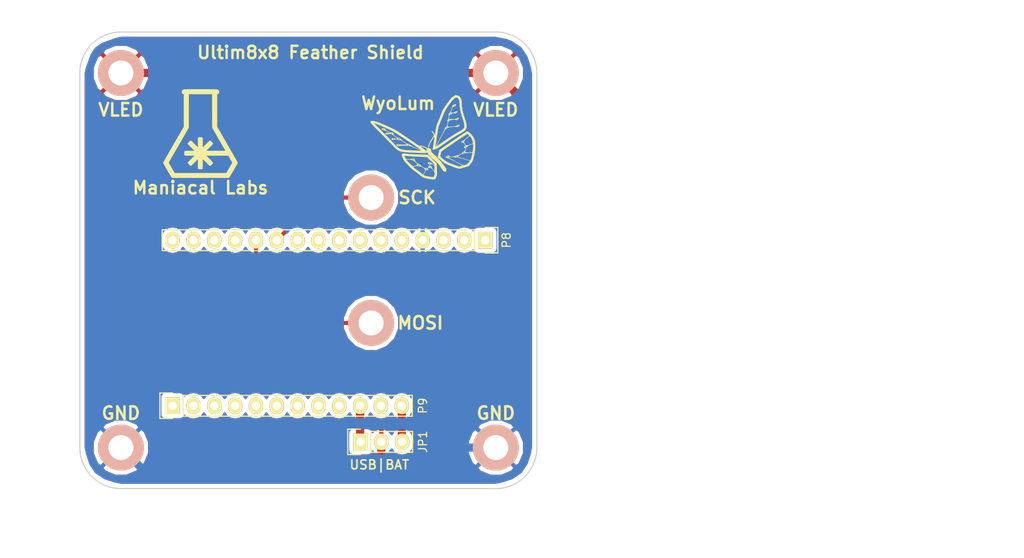
<source format=kicad_pcb>
(kicad_pcb (version 4) (host pcbnew 4.0.3-1.fc24-product)

  (general
    (links 8)
    (no_connects 0)
    (area 24.924999 24.924999 80.775001 80.775001)
    (thickness 1.6)
    (drawings 22)
    (tracks 20)
    (zones 0)
    (modules 11)
    (nets 30)
  )

  (page A4)
  (layers
    (0 F.Cu signal)
    (31 B.Cu signal hide)
    (32 B.Adhes user)
    (33 F.Adhes user)
    (34 B.Paste user)
    (35 F.Paste user)
    (36 B.SilkS user)
    (37 F.SilkS user)
    (38 B.Mask user)
    (39 F.Mask user)
    (40 Dwgs.User user)
    (41 Cmts.User user)
    (42 Eco1.User user)
    (43 Eco2.User user)
    (44 Edge.Cuts user)
    (45 Margin user)
    (46 B.CrtYd user)
    (47 F.CrtYd user)
    (48 B.Fab user)
    (49 F.Fab user)
  )

  (setup
    (last_trace_width 0.5)
    (trace_clearance 0.2)
    (zone_clearance 0.508)
    (zone_45_only no)
    (trace_min 0.2)
    (segment_width 0.2)
    (edge_width 0.15)
    (via_size 0.6)
    (via_drill 0.4)
    (via_min_size 0.4)
    (via_min_drill 0.3)
    (uvia_size 0.3)
    (uvia_drill 0.1)
    (uvias_allowed no)
    (uvia_min_size 0.2)
    (uvia_min_drill 0.1)
    (pcb_text_width 0.3)
    (pcb_text_size 1.5 1.5)
    (mod_edge_width 0.15)
    (mod_text_size 1 1)
    (mod_text_width 0.15)
    (pad_size 1.524 1.524)
    (pad_drill 0.762)
    (pad_to_mask_clearance 0.2)
    (aux_axis_origin 0 0)
    (visible_elements FFFFF77F)
    (pcbplotparams
      (layerselection 0x00030_80000001)
      (usegerberextensions false)
      (excludeedgelayer true)
      (linewidth 0.100000)
      (plotframeref false)
      (viasonmask false)
      (mode 1)
      (useauxorigin false)
      (hpglpennumber 1)
      (hpglpenspeed 20)
      (hpglpendiameter 15)
      (hpglpenoverlay 2)
      (psnegative false)
      (psa4output false)
      (plotreference true)
      (plotvalue true)
      (plotinvisibletext false)
      (padsonsilk false)
      (subtractmaskfromsilk false)
      (outputformat 1)
      (mirror false)
      (drillshape 1)
      (scaleselection 1)
      (outputdirectory ""))
  )

  (net 0 "")
  (net 1 VBAT)
  (net 2 GND)
  (net 3 MOSI)
  (net 4 SCK)
  (net 5 "Net-(P8-Pad1)")
  (net 6 "Net-(P8-Pad2)")
  (net 7 "Net-(P8-Pad3)")
  (net 8 "Net-(P8-Pad5)")
  (net 9 "Net-(P8-Pad6)")
  (net 10 "Net-(P8-Pad7)")
  (net 11 "Net-(P8-Pad8)")
  (net 12 "Net-(P8-Pad9)")
  (net 13 "Net-(P8-Pad10)")
  (net 14 "Net-(P8-Pad13)")
  (net 15 "Net-(P8-Pad14)")
  (net 16 "Net-(P8-Pad15)")
  (net 17 "Net-(P8-Pad16)")
  (net 18 "Net-(P9-Pad1)")
  (net 19 "Net-(P9-Pad2)")
  (net 20 "Net-(P9-Pad3)")
  (net 21 "Net-(P9-Pad4)")
  (net 22 "Net-(P9-Pad5)")
  (net 23 "Net-(P9-Pad6)")
  (net 24 "Net-(P9-Pad7)")
  (net 25 "Net-(P9-Pad8)")
  (net 26 "Net-(P9-Pad9)")
  (net 27 "Net-(P9-Pad11)")
  (net 28 VUSB)
  (net 29 VLED)

  (net_class Default "This is the default net class."
    (clearance 0.2)
    (trace_width 0.5)
    (via_dia 0.6)
    (via_drill 0.4)
    (uvia_dia 0.3)
    (uvia_drill 0.1)
    (add_net MOSI)
    (add_net "Net-(P8-Pad1)")
    (add_net "Net-(P8-Pad10)")
    (add_net "Net-(P8-Pad13)")
    (add_net "Net-(P8-Pad14)")
    (add_net "Net-(P8-Pad15)")
    (add_net "Net-(P8-Pad16)")
    (add_net "Net-(P8-Pad2)")
    (add_net "Net-(P8-Pad3)")
    (add_net "Net-(P8-Pad5)")
    (add_net "Net-(P8-Pad6)")
    (add_net "Net-(P8-Pad7)")
    (add_net "Net-(P8-Pad8)")
    (add_net "Net-(P8-Pad9)")
    (add_net "Net-(P9-Pad1)")
    (add_net "Net-(P9-Pad11)")
    (add_net "Net-(P9-Pad2)")
    (add_net "Net-(P9-Pad3)")
    (add_net "Net-(P9-Pad4)")
    (add_net "Net-(P9-Pad5)")
    (add_net "Net-(P9-Pad6)")
    (add_net "Net-(P9-Pad7)")
    (add_net "Net-(P9-Pad8)")
    (add_net "Net-(P9-Pad9)")
    (add_net SCK)
  )

  (net_class POWER ""
    (clearance 0.2)
    (trace_width 1)
    (via_dia 0.6)
    (via_drill 0.4)
    (uvia_dia 0.3)
    (uvia_drill 0.1)
    (add_net GND)
    (add_net VBAT)
    (add_net VLED)
    (add_net VUSB)
  )

  (module ultim8x8_libs:Screw (layer F.Cu) (tedit 5815083B) (tstamp 5814F060)
    (at 75.7 30)
    (path /58152AF0)
    (fp_text reference P2 (at 0 -1.5875) (layer F.SilkS) hide
      (effects (font (size 1.016 1.016) (thickness 0.1524)))
    )
    (fp_text value VLED (at 0 4.5) (layer F.SilkS)
      (effects (font (thickness 0.3048)))
    )
    (pad 1 thru_hole circle (at 0 0) (size 5.6 5.6) (drill 3.048) (layers *.Cu *.SilkS *.Mask)
      (net 29 VLED))
    (model RowGB_Libs/3D_Modules/vite_2mm5.wrl
      (at (xyz 0 0 0))
      (scale (xyz 1.2 1.2 1.2))
      (rotate (xyz 0 0 0))
    )
  )

  (module ultim8x8_libs:Screw (layer F.Cu) (tedit 58150834) (tstamp 5814F065)
    (at 30 30)
    (path /58151907)
    (fp_text reference P3 (at 0 -1.5875) (layer F.SilkS) hide
      (effects (font (size 1.016 1.016) (thickness 0.1524)))
    )
    (fp_text value VLED (at 0 4.5) (layer F.SilkS)
      (effects (font (thickness 0.3048)))
    )
    (pad 1 thru_hole circle (at 0 0) (size 5.6 5.6) (drill 3.048) (layers *.Cu *.SilkS *.Mask)
      (net 29 VLED))
    (model RowGB_Libs/3D_Modules/vite_2mm5.wrl
      (at (xyz 0 0 0))
      (scale (xyz 1.2 1.2 1.2))
      (rotate (xyz 0 0 0))
    )
  )

  (module ultim8x8_libs:Screw (layer F.Cu) (tedit 5817FBD3) (tstamp 5814F06A)
    (at 75.7 75.7)
    (path /58152BC3)
    (fp_text reference P4 (at 0 -1.5875) (layer F.SilkS) hide
      (effects (font (size 1.016 1.016) (thickness 0.1524)))
    )
    (fp_text value GND (at 0 -4.2) (layer F.SilkS)
      (effects (font (thickness 0.3048)))
    )
    (pad 1 thru_hole circle (at 0 0) (size 5.6 5.6) (drill 3.048) (layers *.Cu *.SilkS *.Mask)
      (net 2 GND))
    (model RowGB_Libs/3D_Modules/vite_2mm5.wrl
      (at (xyz 0 0 0))
      (scale (xyz 1.2 1.2 1.2))
      (rotate (xyz 0 0 0))
    )
  )

  (module ultim8x8_libs:Screw (layer F.Cu) (tedit 5817FBDF) (tstamp 5814F06F)
    (at 30 75.7)
    (path /58152B6E)
    (fp_text reference P5 (at 0 -1.5875) (layer F.SilkS) hide
      (effects (font (size 1.016 1.016) (thickness 0.1524)))
    )
    (fp_text value GND (at 0 -4.2) (layer F.SilkS)
      (effects (font (thickness 0.3048)))
    )
    (pad 1 thru_hole circle (at 0 0) (size 5.6 5.6) (drill 3.048) (layers *.Cu *.SilkS *.Mask)
      (net 2 GND))
    (model RowGB_Libs/3D_Modules/vite_2mm5.wrl
      (at (xyz 0 0 0))
      (scale (xyz 1.2 1.2 1.2))
      (rotate (xyz 0 0 0))
    )
  )

  (module ultim8x8_libs:Screw (layer F.Cu) (tedit 5817F94C) (tstamp 5814F074)
    (at 60.5 60.5)
    (path /58152C79)
    (fp_text reference P6 (at 0 -1.5875) (layer F.SilkS) hide
      (effects (font (size 1.016 1.016) (thickness 0.1524)))
    )
    (fp_text value MOSI (at 6 0) (layer F.SilkS)
      (effects (font (thickness 0.3048)))
    )
    (pad 1 thru_hole circle (at 0 0) (size 5.6 5.6) (drill 3.048) (layers *.Cu *.SilkS *.Mask)
      (net 3 MOSI))
    (model RowGB_Libs/3D_Modules/vite_2mm5.wrl
      (at (xyz 0 0 0))
      (scale (xyz 1.2 1.2 1.2))
      (rotate (xyz 0 0 0))
    )
  )

  (module ultim8x8_libs:Screw (layer F.Cu) (tedit 5817F93C) (tstamp 5814F079)
    (at 60.5 45.2)
    (path /58152C1E)
    (fp_text reference P7 (at 0 -1.5875) (layer F.SilkS) hide
      (effects (font (size 1.016 1.016) (thickness 0.1524)))
    )
    (fp_text value SCK (at 5.6 0) (layer F.SilkS)
      (effects (font (thickness 0.3048)))
    )
    (pad 1 thru_hole circle (at 0 0) (size 5.6 5.6) (drill 3.048) (layers *.Cu *.SilkS *.Mask)
      (net 4 SCK))
    (model RowGB_Libs/3D_Modules/vite_2mm5.wrl
      (at (xyz 0 0 0))
      (scale (xyz 1.2 1.2 1.2))
      (rotate (xyz 0 0 0))
    )
  )

  (module ultim8x8_libs:logo_MLlabs (layer F.Cu) (tedit 5814E899) (tstamp 5814F4E0)
    (at 39.7 37.4)
    (path /581524CC)
    (fp_text reference P1 (at 0 0) (layer F.SilkS) hide
      (effects (font (thickness 0.3)))
    )
    (fp_text value "Maniacal Labs" (at 0 6.604) (layer F.SilkS)
      (effects (font (thickness 0.3)))
    )
    (fp_poly (pts (xy 0.37351 -5.419811) (xy 0.625774 -5.419061) (xy 0.869072 -5.417928) (xy 1.099737 -5.416409)
      (xy 1.314107 -5.414505) (xy 1.508518 -5.412216) (xy 1.679304 -5.409542) (xy 1.822803 -5.406484)
      (xy 1.935349 -5.40304) (xy 2.013278 -5.399212) (xy 2.052927 -5.394998) (xy 2.054728 -5.394531)
      (xy 2.152867 -5.346931) (xy 2.224363 -5.27606) (xy 2.268342 -5.18989) (xy 2.283931 -5.096392)
      (xy 2.270257 -5.003538) (xy 2.226445 -4.919299) (xy 2.151623 -4.851647) (xy 2.116292 -4.832595)
      (xy 2.033092 -4.79425) (xy 2.032546 -2.818478) (xy 2.032 -0.842707) (xy 2.601593 0.144855)
      (xy 2.722317 0.354154) (xy 2.859863 0.592593) (xy 3.009888 0.852645) (xy 3.168051 1.126787)
      (xy 3.330011 1.407494) (xy 3.491425 1.687239) (xy 3.647952 1.9585) (xy 3.795251 2.21375)
      (xy 3.861009 2.327694) (xy 3.979956 2.534297) (xy 4.092412 2.730595) (xy 4.196611 2.913444)
      (xy 4.290786 3.079695) (xy 4.37317 3.226203) (xy 4.441997 3.349821) (xy 4.4955 3.447404)
      (xy 4.531913 3.515803) (xy 4.54947 3.551874) (xy 4.550834 3.55634) (xy 4.540347 3.583806)
      (xy 4.510607 3.643108) (xy 4.464194 3.729813) (xy 4.40369 3.839488) (xy 4.331676 3.9677)
      (xy 4.250731 4.110016) (xy 4.163436 4.262005) (xy 4.072373 4.419232) (xy 3.980122 4.577265)
      (xy 3.889264 4.731673) (xy 3.80238 4.87802) (xy 3.72205 5.011876) (xy 3.650855 5.128807)
      (xy 3.591376 5.22438) (xy 3.546194 5.294164) (xy 3.517889 5.333724) (xy 3.5128 5.339292)
      (xy 3.449499 5.3975) (xy -3.449499 5.3975) (xy -3.5128 5.339292) (xy -3.535191 5.310329)
      (xy -3.575281 5.249718) (xy -3.630488 5.161894) (xy -3.698232 5.051289) (xy -3.775933 4.922338)
      (xy -3.86101 4.779474) (xy -3.950882 4.627129) (xy -4.042969 4.469738) (xy -4.134691 4.311735)
      (xy -4.223466 4.157552) (xy -4.306715 4.011623) (xy -4.381856 3.878382) (xy -4.446309 3.762261)
      (xy -4.497494 3.667695) (xy -4.53283 3.599118) (xy -4.549737 3.560961) (xy -4.550833 3.555911)
      (xy -4.54248 3.535651) (xy -3.877576 3.535651) (xy -3.511322 4.170242) (xy -3.145068 4.804834)
      (xy 3.144872 4.804834) (xy 3.511593 4.169164) (xy 3.878315 3.533495) (xy 3.73417 3.285456)
      (xy 3.669478 3.173446) (xy 3.601855 3.055207) (xy 3.539599 2.94531) (xy 3.493638 2.863087)
      (xy 3.39725 2.688757) (xy 2.053376 2.688462) (xy 0.709501 2.688167) (xy 1.103665 3.085042)
      (xy 1.210301 3.193137) (xy 1.307656 3.293208) (xy 1.391519 3.380813) (xy 1.457677 3.451513)
      (xy 1.50192 3.500868) (xy 1.519643 3.523596) (xy 1.529392 3.573641) (xy 1.51294 3.620422)
      (xy 1.479591 3.668094) (xy 1.425742 3.727772) (xy 1.360065 3.791694) (xy 1.291228 3.852099)
      (xy 1.227902 3.901226) (xy 1.178757 3.931312) (xy 1.159307 3.937) (xy 1.12951 3.922934)
      (xy 1.074383 3.88031) (xy 0.993211 3.808485) (xy 0.885281 3.706819) (xy 0.749878 3.57467)
      (xy 0.694415 3.519655) (xy 0.275167 3.102311) (xy 0.275167 3.68203) (xy 0.274915 3.856412)
      (xy 0.273975 3.993349) (xy 0.272069 4.097729) (xy 0.268922 4.17444) (xy 0.264256 4.228369)
      (xy 0.257794 4.264402) (xy 0.24926 4.287427) (xy 0.240136 4.300458) (xy 0.217689 4.31844)
      (xy 0.183744 4.329947) (xy 0.129576 4.336317) (xy 0.04646 4.338887) (xy -0.012327 4.339167)
      (xy -0.110657 4.338651) (xy -0.17593 4.335761) (xy -0.217424 4.32848) (xy -0.244413 4.314793)
      (xy -0.266173 4.292683) (xy -0.274595 4.28217) (xy -0.288104 4.263494) (xy -0.29851 4.242528)
      (xy -0.306144 4.214002) (xy -0.311336 4.172646) (xy -0.314419 4.11319) (xy -0.315723 4.030363)
      (xy -0.31558 3.918895) (xy -0.314321 3.773516) (xy -0.313173 3.668319) (xy -0.311551 3.519774)
      (xy -0.310181 3.386162) (xy -0.309114 3.273006) (xy -0.308399 3.185831) (xy -0.308084 3.13016)
      (xy -0.308204 3.111483) (xy -0.322833 3.125853) (xy -0.363436 3.166369) (xy -0.42614 3.229151)
      (xy -0.507075 3.31032) (xy -0.602371 3.405996) (xy -0.708157 3.5123) (xy -0.710371 3.514526)
      (xy -0.818939 3.622322) (xy -0.920071 3.720178) (xy -1.009319 3.803993) (xy -1.082236 3.869664)
      (xy -1.134375 3.913089) (xy -1.160883 3.930075) (xy -1.188124 3.93087) (xy -1.220707 3.916757)
      (xy -1.265033 3.883199) (xy -1.3275 3.825659) (xy -1.377841 3.776254) (xy -1.460844 3.69021)
      (xy -1.513977 3.626101) (xy -1.540558 3.579576) (xy -1.545166 3.556695) (xy -1.538064 3.532744)
      (xy -1.514971 3.496459) (xy -1.473213 3.444812) (xy -1.410111 3.374773) (xy -1.32299 3.283312)
      (xy -1.209172 3.167402) (xy -1.137912 3.095824) (xy -0.730657 2.688167) (xy -1.300589 2.688167)
      (xy -1.486348 2.688314) (xy -1.634117 2.687458) (xy -1.748228 2.683653) (xy -1.833015 2.674952)
      (xy -1.89281 2.659409) (xy -1.931946 2.635079) (xy -1.954756 2.600013) (xy -1.965572 2.552267)
      (xy -1.968728 2.489895) (xy -1.968555 2.410949) (xy -1.9685 2.388144) (xy -1.969 2.306317)
      (xy -1.967602 2.241307) (xy -1.959955 2.191187) (xy -1.94171 2.154031) (xy -1.908518 2.127912)
      (xy -1.856029 2.110905) (xy -1.779895 2.101082) (xy -1.675765 2.096518) (xy -1.53929 2.095287)
      (xy -1.36612 2.095462) (xy -1.307738 2.0955) (xy -0.731644 2.0955) (xy -1.148988 1.676252)
      (xy -1.268135 1.555162) (xy -1.37146 1.447356) (xy -1.455931 1.356171) (xy -1.518514 1.284942)
      (xy -1.556175 1.237005) (xy -1.566333 1.21732) (xy -1.551004 1.181857) (xy -1.510304 1.127969)
      (xy -1.452164 1.063365) (xy -1.384515 0.995757) (xy -1.315288 0.932855) (xy -1.252413 0.882371)
      (xy -1.203821 0.852014) (xy -1.185096 0.846667) (xy -1.159856 0.855652) (xy -1.118576 0.884088)
      (xy -1.058751 0.934198) (xy -0.977879 1.008204) (xy -0.873455 1.10833) (xy -0.742976 1.236797)
      (xy -0.720873 1.258778) (xy -0.306916 1.670889) (xy -0.313153 1.105034) (xy -0.315396 0.920332)
      (xy -0.316274 0.773605) (xy -0.313798 0.6605) (xy -0.305979 0.576662) (xy -0.290827 0.517737)
      (xy -0.266351 0.479372) (xy -0.230562 0.457213) (xy -0.18147 0.446906) (xy -0.117085 0.444098)
      (xy -0.035418 0.444435) (xy -0.011271 0.4445) (xy 0.095703 0.445996) (xy 0.168184 0.451162)
      (xy 0.213928 0.461019) (xy 0.240693 0.476584) (xy 0.241905 0.477762) (xy 0.251895 0.492626)
      (xy 0.259708 0.518054) (xy 0.265598 0.558791) (xy 0.269821 0.619582) (xy 0.272632 0.705172)
      (xy 0.274287 0.820307) (xy 0.275039 0.969732) (xy 0.275167 1.09619) (xy 0.275167 1.681356)
      (xy 0.694415 1.264012) (xy 0.833303 1.126988) (xy 0.945358 1.019277) (xy 1.032524 0.939144)
      (xy 1.096745 0.884853) (xy 1.139965 0.854668) (xy 1.161914 0.846667) (xy 1.204854 0.862734)
      (xy 1.269239 0.908687) (xy 1.348042 0.978959) (xy 1.43637 1.067743) (xy 1.493827 1.136387)
      (xy 1.523527 1.189991) (xy 1.528584 1.233656) (xy 1.519643 1.260071) (xy 1.499265 1.285883)
      (xy 1.453098 1.337123) (xy 1.385356 1.409351) (xy 1.300249 1.498127) (xy 1.201989 1.599009)
      (xy 1.103665 1.698625) (xy 0.709501 2.0955) (xy 3.051453 2.0955) (xy 3.009726 2.026709)
      (xy 2.963296 1.949099) (xy 2.901438 1.844066) (xy 2.826165 1.715133) (xy 2.739486 1.56582)
      (xy 2.643413 1.399649) (xy 2.539956 1.220141) (xy 2.431126 1.030818) (xy 2.318935 0.835201)
      (xy 2.205393 0.636812) (xy 2.09251 0.439172) (xy 1.982299 0.245802) (xy 1.876768 0.060224)
      (xy 1.777931 -0.114041) (xy 1.687797 -0.273471) (xy 1.608376 -0.414545) (xy 1.541681 -0.533742)
      (xy 1.489722 -0.627539) (xy 1.45451 -0.692416) (xy 1.438055 -0.724851) (xy 1.437196 -0.727121)
      (xy 1.434382 -0.757826) (xy 1.431706 -0.827984) (xy 1.429195 -0.934716) (xy 1.426873 -1.075142)
      (xy 1.424768 -1.246383) (xy 1.422906 -1.44556) (xy 1.421314 -1.669791) (xy 1.420018 -1.916199)
      (xy 1.419044 -2.181902) (xy 1.41842 -2.464022) (xy 1.41817 -2.759679) (xy 1.418167 -2.799152)
      (xy 1.418167 -4.804833) (xy -1.417347 -4.804833) (xy -1.423048 -2.756958) (xy -1.42875 -0.709083)
      (xy -1.887027 0.084667) (xy -2.006642 0.291825) (xy -2.139369 0.521659) (xy -2.279305 0.763949)
      (xy -2.420546 1.008476) (xy -2.557192 1.24502) (xy -2.683337 1.463363) (xy -2.773413 1.61925)
      (xy -2.967525 1.9552) (xy -3.142856 2.258734) (xy -3.299114 2.529347) (xy -3.436006 2.76653)
      (xy -3.553238 2.969775) (xy -3.65052 3.138575) (xy -3.727557 3.272423) (xy -3.784056 3.37081)
      (xy -3.819726 3.433229) (xy -3.826558 3.445284) (xy -3.877576 3.535651) (xy -4.54248 3.535651)
      (xy -4.540542 3.530952) (xy -4.511118 3.473348) (xy -4.46474 3.387032) (xy -4.403584 3.275938)
      (xy -4.329828 3.143999) (xy -4.245648 2.995151) (xy -4.153221 2.833325) (xy -4.09344 2.729433)
      (xy -3.978656 2.53052) (xy -3.854821 2.315946) (xy -3.727009 2.094502) (xy -3.600297 1.874982)
      (xy -3.47976 1.666179) (xy -3.370473 1.476885) (xy -3.281568 1.322917) (xy -3.186583 1.158429)
      (xy -3.075654 0.966318) (xy -2.953999 0.755623) (xy -2.826839 0.535383) (xy -2.699392 0.31464)
      (xy -2.576878 0.102432) (xy -2.479544 -0.06617) (xy -2.032 -0.841424) (xy -2.033092 -4.79425)
      (xy -2.116292 -4.832595) (xy -2.202689 -4.892178) (xy -2.257755 -4.971267) (xy -2.282365 -5.061891)
      (xy -2.277392 -5.156078) (xy -2.243708 -5.245857) (xy -2.182188 -5.323256) (xy -2.093705 -5.380304)
      (xy -2.054727 -5.394531) (xy -2.019332 -5.398785) (xy -1.945269 -5.402654) (xy -1.836203 -5.406138)
      (xy -1.695798 -5.409238) (xy -1.527718 -5.411952) (xy -1.335627 -5.414282) (xy -1.123191 -5.416226)
      (xy -0.894071 -5.417786) (xy -0.651934 -5.41896) (xy -0.400443 -5.41975) (xy -0.143263 -5.420155)
      (xy 0.115943 -5.420175) (xy 0.37351 -5.419811)) (layer F.SilkS) (width 0.01))
  )

  (module Pin_Headers:Pin_Header_Straight_1x16 (layer F.Cu) (tedit 58150B75) (tstamp 5814F4F7)
    (at 74.4 50.4 270)
    (descr "Through hole pin header")
    (tags "pin header")
    (path /58151E38)
    (fp_text reference P8 (at 0 -2.6 270) (layer F.SilkS)
      (effects (font (size 1 1) (thickness 0.15)))
    )
    (fp_text value CONN_01X16 (at 0 -3.1 270) (layer F.Fab) hide
      (effects (font (size 1 1) (thickness 0.15)))
    )
    (fp_line (start -1.75 -1.75) (end -1.75 39.85) (layer F.CrtYd) (width 0.05))
    (fp_line (start 1.75 -1.75) (end 1.75 39.85) (layer F.CrtYd) (width 0.05))
    (fp_line (start -1.75 -1.75) (end 1.75 -1.75) (layer F.CrtYd) (width 0.05))
    (fp_line (start -1.75 39.85) (end 1.75 39.85) (layer F.CrtYd) (width 0.05))
    (fp_line (start -1.27 1.27) (end -1.27 39.37) (layer F.SilkS) (width 0.15))
    (fp_line (start -1.27 39.37) (end 1.27 39.37) (layer F.SilkS) (width 0.15))
    (fp_line (start 1.27 39.37) (end 1.27 1.27) (layer F.SilkS) (width 0.15))
    (fp_line (start 1.55 -1.55) (end 1.55 0) (layer F.SilkS) (width 0.15))
    (fp_line (start 1.27 1.27) (end -1.27 1.27) (layer F.SilkS) (width 0.15))
    (fp_line (start -1.55 0) (end -1.55 -1.55) (layer F.SilkS) (width 0.15))
    (fp_line (start -1.55 -1.55) (end 1.55 -1.55) (layer F.SilkS) (width 0.15))
    (pad 1 thru_hole rect (at 0 0 270) (size 2.032 1.7272) (drill 1.016) (layers *.Cu *.Mask F.SilkS)
      (net 5 "Net-(P8-Pad1)"))
    (pad 2 thru_hole oval (at 0 2.54 270) (size 2.032 1.7272) (drill 1.016) (layers *.Cu *.Mask F.SilkS)
      (net 6 "Net-(P8-Pad2)"))
    (pad 3 thru_hole oval (at 0 5.08 270) (size 2.032 1.7272) (drill 1.016) (layers *.Cu *.Mask F.SilkS)
      (net 7 "Net-(P8-Pad3)"))
    (pad 4 thru_hole oval (at 0 7.62 270) (size 2.032 1.7272) (drill 1.016) (layers *.Cu *.Mask F.SilkS)
      (net 2 GND))
    (pad 5 thru_hole oval (at 0 10.16 270) (size 2.032 1.7272) (drill 1.016) (layers *.Cu *.Mask F.SilkS)
      (net 8 "Net-(P8-Pad5)"))
    (pad 6 thru_hole oval (at 0 12.7 270) (size 2.032 1.7272) (drill 1.016) (layers *.Cu *.Mask F.SilkS)
      (net 9 "Net-(P8-Pad6)"))
    (pad 7 thru_hole oval (at 0 15.24 270) (size 2.032 1.7272) (drill 1.016) (layers *.Cu *.Mask F.SilkS)
      (net 10 "Net-(P8-Pad7)"))
    (pad 8 thru_hole oval (at 0 17.78 270) (size 2.032 1.7272) (drill 1.016) (layers *.Cu *.Mask F.SilkS)
      (net 11 "Net-(P8-Pad8)"))
    (pad 9 thru_hole oval (at 0 20.32 270) (size 2.032 1.7272) (drill 1.016) (layers *.Cu *.Mask F.SilkS)
      (net 12 "Net-(P8-Pad9)"))
    (pad 10 thru_hole oval (at 0 22.86 270) (size 2.032 1.7272) (drill 1.016) (layers *.Cu *.Mask F.SilkS)
      (net 13 "Net-(P8-Pad10)"))
    (pad 11 thru_hole oval (at 0 25.4 270) (size 2.032 1.7272) (drill 1.016) (layers *.Cu *.Mask F.SilkS)
      (net 4 SCK))
    (pad 12 thru_hole oval (at 0 27.94 270) (size 2.032 1.7272) (drill 1.016) (layers *.Cu *.Mask F.SilkS)
      (net 3 MOSI))
    (pad 13 thru_hole oval (at 0 30.48 270) (size 2.032 1.7272) (drill 1.016) (layers *.Cu *.Mask F.SilkS)
      (net 14 "Net-(P8-Pad13)"))
    (pad 14 thru_hole oval (at 0 33.02 270) (size 2.032 1.7272) (drill 1.016) (layers *.Cu *.Mask F.SilkS)
      (net 15 "Net-(P8-Pad14)"))
    (pad 15 thru_hole oval (at 0 35.56 270) (size 2.032 1.7272) (drill 1.016) (layers *.Cu *.Mask F.SilkS)
      (net 16 "Net-(P8-Pad15)"))
    (pad 16 thru_hole oval (at 0 38.1 270) (size 2.032 1.7272) (drill 1.016) (layers *.Cu *.Mask F.SilkS)
      (net 17 "Net-(P8-Pad16)"))
    (model Pin_Headers.3dshapes/Pin_Header_Straight_1x16.wrl
      (at (xyz 0 -0.75 0))
      (scale (xyz 1 1 1))
      (rotate (xyz 0 0 90))
    )
  )

  (module Pin_Headers:Pin_Header_Straight_1x12 (layer F.Cu) (tedit 58150B6E) (tstamp 5814F507)
    (at 36.3 70.6 90)
    (descr "Through hole pin header")
    (tags "pin header")
    (path /58151DBD)
    (fp_text reference P9 (at 0 30.5 90) (layer F.SilkS)
      (effects (font (size 1 1) (thickness 0.15)))
    )
    (fp_text value CONN_01X12 (at 0.1 30.9 90) (layer F.Fab) hide
      (effects (font (size 1 1) (thickness 0.15)))
    )
    (fp_line (start -1.75 -1.75) (end -1.75 29.7) (layer F.CrtYd) (width 0.05))
    (fp_line (start 1.75 -1.75) (end 1.75 29.7) (layer F.CrtYd) (width 0.05))
    (fp_line (start -1.75 -1.75) (end 1.75 -1.75) (layer F.CrtYd) (width 0.05))
    (fp_line (start -1.75 29.7) (end 1.75 29.7) (layer F.CrtYd) (width 0.05))
    (fp_line (start 1.27 1.27) (end 1.27 29.21) (layer F.SilkS) (width 0.15))
    (fp_line (start 1.27 29.21) (end -1.27 29.21) (layer F.SilkS) (width 0.15))
    (fp_line (start -1.27 29.21) (end -1.27 1.27) (layer F.SilkS) (width 0.15))
    (fp_line (start 1.55 -1.55) (end 1.55 0) (layer F.SilkS) (width 0.15))
    (fp_line (start 1.27 1.27) (end -1.27 1.27) (layer F.SilkS) (width 0.15))
    (fp_line (start -1.55 0) (end -1.55 -1.55) (layer F.SilkS) (width 0.15))
    (fp_line (start -1.55 -1.55) (end 1.55 -1.55) (layer F.SilkS) (width 0.15))
    (pad 1 thru_hole rect (at 0 0 90) (size 2.032 1.7272) (drill 1.016) (layers *.Cu *.Mask F.SilkS)
      (net 18 "Net-(P9-Pad1)"))
    (pad 2 thru_hole oval (at 0 2.54 90) (size 2.032 1.7272) (drill 1.016) (layers *.Cu *.Mask F.SilkS)
      (net 19 "Net-(P9-Pad2)"))
    (pad 3 thru_hole oval (at 0 5.08 90) (size 2.032 1.7272) (drill 1.016) (layers *.Cu *.Mask F.SilkS)
      (net 20 "Net-(P9-Pad3)"))
    (pad 4 thru_hole oval (at 0 7.62 90) (size 2.032 1.7272) (drill 1.016) (layers *.Cu *.Mask F.SilkS)
      (net 21 "Net-(P9-Pad4)"))
    (pad 5 thru_hole oval (at 0 10.16 90) (size 2.032 1.7272) (drill 1.016) (layers *.Cu *.Mask F.SilkS)
      (net 22 "Net-(P9-Pad5)"))
    (pad 6 thru_hole oval (at 0 12.7 90) (size 2.032 1.7272) (drill 1.016) (layers *.Cu *.Mask F.SilkS)
      (net 23 "Net-(P9-Pad6)"))
    (pad 7 thru_hole oval (at 0 15.24 90) (size 2.032 1.7272) (drill 1.016) (layers *.Cu *.Mask F.SilkS)
      (net 24 "Net-(P9-Pad7)"))
    (pad 8 thru_hole oval (at 0 17.78 90) (size 2.032 1.7272) (drill 1.016) (layers *.Cu *.Mask F.SilkS)
      (net 25 "Net-(P9-Pad8)"))
    (pad 9 thru_hole oval (at 0 20.32 90) (size 2.032 1.7272) (drill 1.016) (layers *.Cu *.Mask F.SilkS)
      (net 26 "Net-(P9-Pad9)"))
    (pad 10 thru_hole oval (at 0 22.86 90) (size 2.032 1.7272) (drill 1.016) (layers *.Cu *.Mask F.SilkS)
      (net 28 VUSB))
    (pad 11 thru_hole oval (at 0 25.4 90) (size 2.032 1.7272) (drill 1.016) (layers *.Cu *.Mask F.SilkS)
      (net 27 "Net-(P9-Pad11)"))
    (pad 12 thru_hole oval (at 0 27.94 90) (size 2.032 1.7272) (drill 1.016) (layers *.Cu *.Mask F.SilkS)
      (net 1 VBAT))
    (model Pin_Headers.3dshapes/Pin_Header_Straight_1x12.wrl
      (at (xyz 0 -0.55 0))
      (scale (xyz 1 1 1))
      (rotate (xyz 0 0 90))
    )
  )

  (module ultim8x8_libs:logo_wyo_butterfly (layer F.Cu) (tedit 5814E891) (tstamp 5814F508)
    (at 67.9 38.8)
    (path /58152670)
    (fp_text reference P10 (at 0 0) (layer F.SilkS) hide
      (effects (font (thickness 0.3)))
    )
    (fp_text value WyoLum (at -4.1 -5.1) (layer F.SilkS)
      (effects (font (thickness 0.3)))
    )
    (fp_poly (pts (xy -3.20675 1.032817) (xy -2.9845 1.062508) (xy -2.859333 1.075776) (xy -2.665075 1.089815)
      (xy -2.41729 1.103811) (xy -2.131539 1.11695) (xy -1.823385 1.128417) (xy -1.595422 1.135206)
      (xy -0.502677 1.164167) (xy -0.261922 1.404253) (xy -0.116461 1.547604) (xy 0.059327 1.718364)
      (xy 0.233997 1.886042) (xy 0.283836 1.93342) (xy 0.588839 2.2225) (xy 0.617894 2.912294)
      (xy 0.6283 3.168862) (xy 0.633538 3.35812) (xy 0.632035 3.497347) (xy 0.622222 3.603823)
      (xy 0.602527 3.694826) (xy 0.571378 3.787637) (xy 0.52841 3.896544) (xy 0.47691 4.023609)
      (xy 0.431901 4.11026) (xy 0.377456 4.162227) (xy 0.297644 4.185242) (xy 0.176537 4.185036)
      (xy -0.001795 4.167342) (xy -0.169334 4.147605) (xy -0.351027 4.121818) (xy -0.531528 4.089088)
      (xy -0.635 4.065653) (xy -0.794606 4.02409) (xy -0.952677 3.983024) (xy -0.985612 3.974485)
      (xy -1.115098 3.915636) (xy -1.280398 3.801487) (xy -1.429242 3.676067) (xy -1.44069 3.666342)
      (xy -1.000474 3.666342) (xy -0.99881 3.671968) (xy -0.938981 3.699334) (xy -0.816367 3.735471)
      (xy -0.65181 3.775911) (xy -0.466149 3.816184) (xy -0.280224 3.851821) (xy -0.114877 3.878353)
      (xy 0.009053 3.89131) (xy 0.026614 3.891874) (xy 0.156393 3.889662) (xy 0.229306 3.86964)
      (xy 0.273048 3.81819) (xy 0.300771 3.757083) (xy 0.354164 3.583801) (xy 0.354154 3.428631)
      (xy 0.296012 3.270463) (xy 0.175008 3.088187) (xy 0.141213 3.044927) (xy 0.022924 2.903479)
      (xy -0.065866 2.818585) (xy -0.142615 2.776348) (xy -0.212279 2.763546) (xy -0.347599 2.769986)
      (xy -0.442784 2.803766) (xy -0.481561 2.856028) (xy -0.464756 2.900931) (xy -0.435473 2.97635)
      (xy -0.481441 3.028493) (xy -0.594394 3.048) (xy -0.594633 3.048) (xy -0.661062 3.055597)
      (xy -0.71498 3.088788) (xy -0.770676 3.163173) (xy -0.842436 3.294352) (xy -0.870019 3.348672)
      (xy -0.938099 3.491732) (xy -0.984172 3.604119) (xy -1.000474 3.666342) (xy -1.44069 3.666342)
      (xy -1.6045 3.527197) (xy -1.812645 3.364938) (xy -2.014188 3.219832) (xy -2.052297 3.194185)
      (xy -2.277229 3.029785) (xy -2.51744 2.822834) (xy -2.678634 2.665579) (xy -2.253715 2.665579)
      (xy -2.223911 2.707715) (xy -2.216825 2.715604) (xy -2.153542 2.772127) (xy -2.038312 2.863176)
      (xy -1.888819 2.975115) (xy -1.75791 3.0695) (xy -1.586638 3.1946) (xy -1.42899 3.316328)
      (xy -1.305601 3.4184) (xy -1.249168 3.470984) (xy -1.162403 3.550772) (xy -1.094137 3.595111)
      (xy -1.080666 3.598333) (xy -1.040419 3.56304) (xy -0.978003 3.47011) (xy -0.906323 3.33897)
      (xy -0.900181 3.326612) (xy -0.831684 3.181136) (xy -0.80023 3.090834) (xy -0.8016 3.036948)
      (xy -0.827595 3.003928) (xy -0.880196 2.932249) (xy -0.881554 2.926543) (xy -0.75696 2.926543)
      (xy -0.724884 2.960858) (xy -0.718481 2.964962) (xy -0.633024 3.002631) (xy -0.580682 2.977067)
      (xy -0.573308 2.966258) (xy -0.575151 2.915862) (xy -0.631755 2.888846) (xy -0.709925 2.898359)
      (xy -0.75696 2.926543) (xy -0.881554 2.926543) (xy -0.889 2.895259) (xy -0.92563 2.84354)
      (xy -1.020622 2.777107) (xy -1.15163 2.706834) (xy -1.296311 2.643594) (xy -1.432317 2.598261)
      (xy -1.533377 2.581685) (xy -1.647673 2.570732) (xy -1.728587 2.545276) (xy -1.728944 2.545051)
      (xy -1.802315 2.534712) (xy -1.931741 2.549577) (xy -2.037364 2.572455) (xy -2.173909 2.608692)
      (xy -2.241537 2.636152) (xy -2.253715 2.665579) (xy -2.678634 2.665579) (xy -2.781733 2.565)
      (xy -3.07891 2.247955) (xy -3.226083 2.083328) (xy -3.403312 1.854728) (xy -3.459253 1.750358)
      (xy -3.115225 1.750358) (xy -3.111311 1.7804) (xy -3.10402 1.794374) (xy -3.048488 1.869313)
      (xy -2.950836 1.978817) (xy -2.82548 2.108953) (xy -2.686837 2.245791) (xy -2.549321 2.375397)
      (xy -2.427348 2.483839) (xy -2.335335 2.557186) (xy -2.289376 2.581691) (xy -2.208121 2.56947)
      (xy -2.087698 2.539799) (xy -2.049823 2.528774) (xy -1.923985 2.47969) (xy -1.882061 2.455333)
      (xy -1.693334 2.455333) (xy -1.657106 2.487156) (xy -1.5875 2.497667) (xy -1.507943 2.483175)
      (xy -1.481667 2.455333) (xy -1.517895 2.42351) (xy -1.5875 2.413) (xy -1.667058 2.427491)
      (xy -1.693334 2.455333) (xy -1.882061 2.455333) (xy -1.825848 2.422675) (xy -1.80954 2.408574)
      (xy -1.780925 2.369803) (xy -1.783871 2.326637) (xy -1.827077 2.263721) (xy -1.919244 2.1657)
      (xy -1.983445 2.101657) (xy -2.144754 1.95597) (xy -2.266488 1.878399) (xy -2.331678 1.862667)
      (xy -2.429444 1.847502) (xy -2.47954 1.821527) (xy -2.539503 1.797747) (xy -2.659312 1.773326)
      (xy -2.814329 1.753157) (xy -2.832481 1.751408) (xy -2.955095 1.741209) (xy -2.40796 1.741209)
      (xy -2.375884 1.775524) (xy -2.369481 1.779629) (xy -2.281111 1.815666) (xy -2.216606 1.809174)
      (xy -2.201334 1.780498) (xy -2.235719 1.720714) (xy -2.316201 1.702714) (xy -2.360925 1.713026)
      (xy -2.40796 1.741209) (xy -2.955095 1.741209) (xy -2.990825 1.738237) (xy -3.080068 1.737095)
      (xy -3.115225 1.750358) (xy -3.459253 1.750358) (xy -3.530116 1.618148) (xy -3.575234 1.504363)
      (xy -3.634135 1.324102) (xy -3.327881 1.324102) (xy -3.326935 1.374296) (xy -3.293878 1.469596)
      (xy -3.274891 1.511001) (xy -3.231169 1.59397) (xy -3.185648 1.644023) (xy -3.115729 1.67214)
      (xy -2.998814 1.6893) (xy -2.886232 1.69984) (xy -2.675353 1.709933) (xy -2.532142 1.695138)
      (xy -2.472465 1.673645) (xy -2.334806 1.640337) (xy -2.232067 1.648044) (xy -2.135486 1.680897)
      (xy -2.098947 1.74056) (xy -2.0955 1.788787) (xy -2.065434 1.878372) (xy -1.987967 1.995567)
      (xy -1.882198 2.119705) (xy -1.767224 2.230121) (xy -1.662145 2.306148) (xy -1.596892 2.328333)
      (xy -1.489796 2.348399) (xy -1.404209 2.397008) (xy -1.36692 2.456775) (xy -1.369698 2.475776)
      (xy -1.347308 2.525172) (xy -1.264581 2.591542) (xy -1.141389 2.664736) (xy -0.997598 2.734602)
      (xy -0.853079 2.79099) (xy -0.727699 2.82375) (xy -0.680055 2.828102) (xy -0.563728 2.816677)
      (xy -0.481256 2.788493) (xy -0.47625 2.784819) (xy -0.431383 2.708576) (xy -0.423334 2.657853)
      (xy -0.423024 2.657179) (xy -0.278802 2.657179) (xy -0.273359 2.669925) (xy -0.210855 2.706413)
      (xy -0.134619 2.695207) (xy -0.108575 2.671436) (xy -0.118707 2.630066) (xy -0.176032 2.60066)
      (xy -0.243184 2.599453) (xy -0.258511 2.606288) (xy -0.278802 2.657179) (xy -0.423024 2.657179)
      (xy -0.386888 2.578728) (xy -0.338667 2.552266) (xy -0.281353 2.507554) (xy -0.258278 2.44484)
      (xy -0.213681 2.44484) (xy -0.178201 2.518343) (xy -0.116417 2.547639) (xy -0.039957 2.585332)
      (xy -0.007364 2.682437) (xy -0.007018 2.685393) (xy 0.027571 2.787441) (xy 0.101236 2.9163)
      (xy 0.162315 2.999319) (xy 0.3175 3.189019) (xy 0.330071 2.879054) (xy 0.333508 2.719547)
      (xy 0.330775 2.590117) (xy 0.322481 2.51689) (xy 0.32155 2.514124) (xy 0.263895 2.451358)
      (xy 0.155789 2.385732) (xy 0.029586 2.332038) (xy -0.08236 2.30507) (xy -0.129408 2.307931)
      (xy -0.198043 2.363137) (xy -0.213681 2.44484) (xy -0.258278 2.44484) (xy -0.253879 2.432886)
      (xy -0.260645 2.361948) (xy -0.306053 2.328423) (xy -0.309409 2.328333) (xy -0.38561 2.304902)
      (xy -0.445395 2.269414) (xy -0.499359 2.215037) (xy -0.495438 2.201333) (xy -0.359834 2.201333)
      (xy -0.300124 2.236896) (xy -0.251502 2.243667) (xy -0.18408 2.225457) (xy -0.169334 2.201333)
      (xy -0.205637 2.16978) (xy -0.277666 2.159) (xy -0.349691 2.172438) (xy -0.359834 2.201333)
      (xy -0.495438 2.201333) (xy -0.483822 2.160744) (xy -0.469469 2.142414) (xy -0.371414 2.083602)
      (xy -0.244233 2.081442) (xy -0.119374 2.133427) (xy -0.072062 2.174095) (xy 0.021361 2.255636)
      (xy 0.13339 2.328939) (xy 0.239464 2.380791) (xy 0.315025 2.39798) (xy 0.331979 2.391465)
      (xy 0.312313 2.354686) (xy 0.239975 2.271143) (xy 0.124779 2.151204) (xy -0.023461 2.005234)
      (xy -0.125929 1.907829) (xy -0.611614 1.451972) (xy -1.438224 1.424399) (xy -1.74012 1.412533)
      (xy -2.055737 1.39703) (xy -2.358939 1.379383) (xy -2.623589 1.361083) (xy -2.78349 1.347597)
      (xy -2.984281 1.330703) (xy -3.153245 1.320568) (xy -3.27325 1.31793) (xy -3.327163 1.32353)
      (xy -3.327881 1.324102) (xy -3.634135 1.324102) (xy -3.637391 1.31414) (xy -3.659916 1.175897)
      (xy -3.63546 1.084138) (xy -3.556679 1.033369) (xy -3.416224 1.018093) (xy -3.20675 1.032817)) (layer F.SilkS) (width 0.01))
    (fp_poly (pts (xy 3.129713 -6.049342) (xy 3.264825 -6.00886) (xy 3.354197 -5.957778) (xy 3.428 -5.87277)
      (xy 3.494526 -5.767312) (xy 3.551465 -5.666815) (xy 3.59066 -5.57641) (xy 3.616566 -5.475265)
      (xy 3.633641 -5.342549) (xy 3.646342 -5.157433) (xy 3.653042 -5.026478) (xy 3.672119 -4.732073)
      (xy 3.701518 -4.468419) (xy 3.74572 -4.214079) (xy 3.809206 -3.947613) (xy 3.896459 -3.647583)
      (xy 4.011959 -3.292551) (xy 4.021275 -3.264914) (xy 4.131552 -2.913915) (xy 4.202353 -2.625781)
      (xy 4.234921 -2.389147) (xy 4.2305 -2.192646) (xy 4.190335 -2.024912) (xy 4.163875 -1.961925)
      (xy 4.110122 -1.869393) (xy 4.034293 -1.78241) (xy 3.924618 -1.692042) (xy 3.769331 -1.589361)
      (xy 3.556661 -1.465434) (xy 3.385007 -1.370848) (xy 3.149084 -1.239729) (xy 2.918889 -1.105073)
      (xy 2.682003 -0.958852) (xy 2.426007 -0.79304) (xy 2.138483 -0.599607) (xy 1.807012 -0.370528)
      (xy 1.458241 -0.1254) (xy 1.181434 0.067995) (xy 0.960022 0.216867) (xy 0.782235 0.328245)
      (xy 0.636306 0.409161) (xy 0.510466 0.466643) (xy 0.404048 0.50434) (xy 0.261072 0.546671)
      (xy 0.154438 0.574784) (xy 0.105204 0.583176) (xy 0.104227 0.582696) (xy 0.107335 0.539408)
      (xy 0.121916 0.425692) (xy 0.146102 0.254731) (xy 0.155881 0.188867) (xy 0.426766 0.188867)
      (xy 0.43828 0.197536) (xy 0.476256 0.148167) (xy 0.511307 0.088944) (xy 0.579322 -0.034747)
      (xy 0.674535 -0.212086) (xy 0.791177 -0.432254) (xy 0.923481 -0.684432) (xy 1.062016 -0.950724)
      (xy 1.202599 -1.224311) (xy 1.330574 -1.477655) (xy 1.44056 -1.699762) (xy 1.527179 -1.879635)
      (xy 1.585051 -2.006279) (xy 1.608666 -2.068031) (xy 1.636128 -2.123207) (xy 1.744882 -2.123207)
      (xy 1.757386 -2.081147) (xy 1.801366 -2.080874) (xy 1.87561 -2.121475) (xy 1.895784 -2.15246)
      (xy 1.88328 -2.19452) (xy 1.8393 -2.194793) (xy 1.765056 -2.154192) (xy 1.744882 -2.123207)
      (xy 1.636128 -2.123207) (xy 1.658209 -2.167569) (xy 1.7145 -2.217973) (xy 1.78279 -2.261709)
      (xy 1.828134 -2.315234) (xy 1.861172 -2.400354) (xy 1.892539 -2.538871) (xy 1.906518 -2.611549)
      (xy 1.932033 -2.773462) (xy 1.933457 -2.874485) (xy 1.910822 -2.934884) (xy 1.907033 -2.939717)
      (xy 1.883159 -2.998441) (xy 1.898094 -3.023474) (xy 1.994592 -3.023474) (xy 2.01261 -3.008786)
      (xy 2.061251 -3.007013) (xy 2.14572 -3.021968) (xy 2.178358 -3.045075) (xy 2.184064 -3.094395)
      (xy 2.137144 -3.107473) (xy 2.0636 -3.079476) (xy 2.048819 -3.069157) (xy 1.994592 -3.023474)
      (xy 1.898094 -3.023474) (xy 1.923101 -3.065387) (xy 1.941048 -3.084049) (xy 1.979591 -3.14751)
      (xy 3.020732 -3.14751) (xy 3.064611 -3.133015) (xy 3.085149 -3.132667) (xy 3.158142 -3.157945)
      (xy 3.175 -3.196167) (xy 3.154895 -3.252542) (xy 3.13785 -3.259667) (xy 3.082679 -3.230704)
      (xy 3.048 -3.196167) (xy 3.020732 -3.14751) (xy 1.979591 -3.14751) (xy 1.994319 -3.171759)
      (xy 2.039031 -3.304686) (xy 2.070213 -3.455206) (xy 2.082895 -3.595698) (xy 2.072107 -3.698538)
      (xy 2.056714 -3.726847) (xy 2.04473 -3.778187) (xy 2.048084 -3.78251) (xy 2.174066 -3.78251)
      (xy 2.217944 -3.768015) (xy 2.238483 -3.767667) (xy 2.311475 -3.792945) (xy 2.328333 -3.831167)
      (xy 2.308229 -3.887542) (xy 2.291183 -3.894667) (xy 2.236012 -3.865704) (xy 2.201333 -3.831167)
      (xy 2.174066 -3.78251) (xy 2.048084 -3.78251) (xy 2.101118 -3.850863) (xy 2.126689 -3.873933)
      (xy 2.198881 -3.96477) (xy 2.28222 -4.111105) (xy 2.365198 -4.286859) (xy 2.436307 -4.465949)
      (xy 2.48404 -4.622295) (xy 2.497666 -4.714708) (xy 2.536154 -4.832541) (xy 2.676215 -4.832541)
      (xy 2.688719 -4.79048) (xy 2.732699 -4.790207) (xy 2.806943 -4.830808) (xy 2.827117 -4.861793)
      (xy 2.814613 -4.903853) (xy 2.770633 -4.904126) (xy 2.696389 -4.863525) (xy 2.676215 -4.832541)
      (xy 2.536154 -4.832541) (xy 2.537052 -4.835289) (xy 2.645583 -4.929133) (xy 2.785542 -4.978825)
      (xy 2.888423 -4.986768) (xy 2.939281 -4.951545) (xy 2.94625 -4.936456) (xy 2.942486 -4.842186)
      (xy 2.860105 -4.758923) (xy 2.709891 -4.694166) (xy 2.62954 -4.664867) (xy 2.571466 -4.622265)
      (xy 2.521813 -4.547921) (xy 2.466728 -4.423396) (xy 2.42413 -4.313848) (xy 2.297102 -3.981087)
      (xy 2.437564 -3.954736) (xy 2.550976 -3.950846) (xy 2.562019 -3.953896) (xy 2.843145 -3.953896)
      (xy 2.869676 -3.93799) (xy 2.90943 -3.937) (xy 2.993328 -3.953315) (xy 3.025025 -3.976408)
      (xy 3.029205 -4.026958) (xy 2.982667 -4.046217) (xy 2.915604 -4.027831) (xy 2.886699 -4.005509)
      (xy 2.843145 -3.953896) (xy 2.562019 -3.953896) (xy 2.68097 -3.986748) (xy 2.812763 -4.047243)
      (xy 2.951381 -4.111976) (xy 3.037321 -4.135689) (xy 3.089379 -4.122746) (xy 3.099714 -4.113885)
      (xy 3.125801 -4.043016) (xy 3.088984 -3.9682) (xy 3.009036 -3.903742) (xy 2.90573 -3.863944)
      (xy 2.798838 -3.863109) (xy 2.767203 -3.873364) (xy 2.64562 -3.898363) (xy 2.526218 -3.882357)
      (xy 2.445561 -3.830974) (xy 2.440426 -3.823059) (xy 2.378939 -3.76503) (xy 2.275894 -3.706329)
      (xy 2.26051 -3.699632) (xy 2.161735 -3.645549) (xy 2.121859 -3.575228) (xy 2.116088 -3.502515)
      (xy 2.108471 -3.376655) (xy 2.092356 -3.279322) (xy 2.087289 -3.231275) (xy 2.111139 -3.198934)
      (xy 2.176628 -3.179316) (xy 2.296474 -3.169439) (xy 2.483399 -3.16632) (xy 2.574509 -3.166286)
      (xy 2.774173 -3.174815) (xy 2.901932 -3.200783) (xy 2.955509 -3.231138) (xy 3.064788 -3.301693)
      (xy 3.174782 -3.330205) (xy 3.259492 -3.312948) (xy 3.287498 -3.27873) (xy 3.28162 -3.195411)
      (xy 3.216145 -3.121585) (xy 3.116104 -3.069203) (xy 3.006532 -3.050213) (xy 2.91246 -3.076565)
      (xy 2.8947 -3.091233) (xy 2.829002 -3.109767) (xy 2.708269 -3.109172) (xy 2.558977 -3.093212)
      (xy 2.407604 -3.065654) (xy 2.280626 -3.030262) (xy 2.207504 -2.993503) (xy 2.117401 -2.932272)
      (xy 2.069187 -2.909683) (xy 2.016316 -2.848095) (xy 1.968459 -2.702869) (xy 1.947577 -2.604797)
      (xy 1.921193 -2.453375) (xy 1.914533 -2.362029) (xy 1.929348 -2.308097) (xy 1.967387 -2.268917)
      (xy 1.97389 -2.263907) (xy 2.054151 -2.222866) (xy 2.100029 -2.220041) (xy 2.160873 -2.230388)
      (xy 2.284414 -2.244379) (xy 2.448892 -2.259679) (xy 2.535315 -2.266749) (xy 2.763233 -2.291234)
      (xy 2.79043 -2.297049) (xy 3.098501 -2.297049) (xy 3.133772 -2.287668) (xy 3.173709 -2.292518)
      (xy 3.258376 -2.323664) (xy 3.291628 -2.360083) (xy 3.281727 -2.404648) (xy 3.227888 -2.40848)
      (xy 3.158909 -2.37418) (xy 3.129292 -2.345434) (xy 3.098501 -2.297049) (xy 2.79043 -2.297049)
      (xy 2.919158 -2.324572) (xy 3.01554 -2.369505) (xy 3.020959 -2.37361) (xy 3.13601 -2.442404)
      (xy 3.230863 -2.478366) (xy 3.332092 -2.478158) (xy 3.379152 -2.42819) (xy 3.364725 -2.349222)
      (xy 3.301737 -2.277275) (xy 3.220252 -2.228565) (xy 3.119903 -2.213218) (xy 2.987761 -2.222974)
      (xy 2.822918 -2.231689) (xy 2.626351 -2.2255) (xy 2.420046 -2.207123) (xy 2.225988 -2.179273)
      (xy 2.066163 -2.144666) (xy 1.962556 -2.106019) (xy 1.945994 -2.094288) (xy 1.847053 -2.031348)
      (xy 1.757373 -1.996518) (xy 1.718183 -1.978275) (xy 1.674269 -1.938686) (xy 1.620587 -1.869567)
      (xy 1.552091 -1.762733) (xy 1.463736 -1.609999) (xy 1.350476 -1.403179) (xy 1.207266 -1.13409)
      (xy 1.100058 -0.930173) (xy 0.959114 -0.659405) (xy 0.833116 -0.413717) (xy 0.726911 -0.202853)
      (xy 0.645343 -0.036558) (xy 0.593256 0.075423) (xy 0.575496 0.123345) (xy 0.575806 0.124251)
      (xy 0.615772 0.109161) (xy 0.709435 0.053824) (xy 0.841822 -0.032477) (xy 0.963988 -0.116472)
      (xy 1.371438 -0.399534) (xy 1.77228 -0.672376) (xy 2.155708 -0.927936) (xy 2.510914 -1.159152)
      (xy 2.827091 -1.35896) (xy 3.093434 -1.520298) (xy 3.241647 -1.605025) (xy 3.434228 -1.716131)
      (xy 3.610466 -1.826581) (xy 3.750671 -1.923481) (xy 3.834314 -1.993061) (xy 3.913637 -2.105295)
      (xy 3.95574 -2.244339) (xy 3.959994 -2.419968) (xy 3.925772 -2.641959) (xy 3.852445 -2.920086)
      (xy 3.75566 -3.217333) (xy 3.637935 -3.572619) (xy 3.549631 -3.878873) (xy 3.484851 -4.164009)
      (xy 3.437699 -4.455944) (xy 3.402277 -4.782595) (xy 3.387779 -4.959015) (xy 3.368587 -5.191979)
      (xy 3.349961 -5.357761) (xy 3.328146 -5.473739) (xy 3.299389 -5.557286) (xy 3.259936 -5.625779)
      (xy 3.236912 -5.657345) (xy 3.139782 -5.753014) (xy 3.032007 -5.794341) (xy 2.91009 -5.778489)
      (xy 2.770529 -5.702621) (xy 2.609827 -5.5639) (xy 2.424484 -5.359491) (xy 2.211001 -5.086556)
      (xy 1.965878 -4.742259) (xy 1.793563 -4.487333) (xy 1.686597 -4.306903) (xy 1.563037 -4.061232)
      (xy 1.420674 -3.745573) (xy 1.257299 -3.355175) (xy 1.193213 -3.196167) (xy 0.804122 -2.2225)
      (xy 0.634188 -1.121833) (xy 0.587386 -0.819788) (xy 0.543649 -0.539586) (xy 0.504981 -0.293894)
      (xy 0.473383 -0.09538) (xy 0.450859 0.043289) (xy 0.440117 0.105833) (xy 0.426766 0.188867)
      (xy 0.155881 0.188867) (xy 0.178029 0.039705) (xy 0.21583 -0.206203) (xy 0.216626 -0.211299)
      (xy 0.254506 -0.459955) (xy 0.28623 -0.680196) (xy 0.309962 -0.858234) (xy 0.323862 -0.980283)
      (xy 0.326093 -1.032552) (xy 0.326089 -1.032566) (xy 0.299781 -1.019868) (xy 0.241604 -0.94812)
      (xy 0.160879 -0.832246) (xy 0.066925 -0.68717) (xy -0.030939 -0.527814) (xy -0.123393 -0.369103)
      (xy -0.201116 -0.225959) (xy -0.254789 -0.113307) (xy -0.265881 -0.084667) (xy -0.312427 0.069284)
      (xy -0.347143 0.221044) (xy -0.353293 0.259292) (xy -0.361376 0.360633) (xy -0.339002 0.403572)
      (xy -0.272296 0.412736) (xy -0.266832 0.41275) (xy -0.162188 0.437974) (xy -0.104092 0.52058)
      (xy -0.085339 0.670968) (xy -0.085315 0.674736) (xy -0.077303 0.750388) (xy -0.046094 0.821605)
      (xy 0.020185 0.904689) (xy 0.133406 1.015945) (xy 0.22225 1.097091) (xy 0.498511 1.35139)
      (xy 0.727596 1.575913) (xy 0.929521 1.792396) (xy 1.124305 2.022571) (xy 1.331968 2.288171)
      (xy 1.389547 2.364391) (xy 1.539877 2.56609) (xy 1.645718 2.714322) (xy 1.714408 2.822573)
      (xy 1.753284 2.904326) (xy 1.769685 2.973068) (xy 1.770949 3.042283) (xy 1.76964 3.062891)
      (xy 1.754417 3.176562) (xy 1.720407 3.230283) (xy 1.651873 3.248716) (xy 1.651 3.248802)
      (xy 1.536774 3.239024) (xy 1.468526 3.213517) (xy 1.417704 3.162185) (xy 1.332931 3.054018)
      (xy 1.225225 2.903919) (xy 1.105603 2.726792) (xy 1.082316 2.691126) (xy 0.938335 2.475589)
      (xy 0.816953 2.312411) (xy 0.699281 2.180148) (xy 0.566428 2.057354) (xy 0.418123 1.937098)
      (xy 0.185429 1.745219) (xy -0.032636 1.546852) (xy -0.22394 1.354509) (xy -0.376355 1.180705)
      (xy -0.477749 1.037953) (xy -0.504087 0.985743) (xy -0.544822 0.898477) (xy -0.579122 0.879812)
      (xy -0.627635 0.91792) (xy -0.659749 0.941378) (xy -0.709656 0.957793) (xy -0.789152 0.967668)
      (xy -0.910027 0.971507) (xy -1.084076 0.969812) (xy -1.323092 0.963086) (xy -1.522701 0.956116)
      (xy -1.844839 0.942812) (xy -2.199884 0.925511) (xy -2.555422 0.905959) (xy -2.879041 0.885899)
      (xy -3.051029 0.873854) (xy -3.373014 0.846976) (xy -3.629318 0.814376) (xy -3.837726 0.767584)
      (xy -4.016024 0.698132) (xy -4.181998 0.597551) (xy -4.353434 0.457373) (xy -4.548117 0.26913)
      (xy -4.741334 0.069024) (xy -4.889603 -0.084949) (xy -5.086816 -0.287237) (xy -5.321811 -0.526526)
      (xy -5.583427 -0.791504) (xy -5.860501 -1.070855) (xy -6.141871 -1.353265) (xy -6.332607 -1.543918)
      (xy -6.643338 -1.855478) (xy -6.896955 -2.113391) (xy -7.097734 -2.322313) (xy -7.249954 -2.486904)
      (xy -7.357892 -2.61182) (xy -7.400721 -2.668498) (xy -7.047743 -2.668498) (xy -6.010955 -1.617777)
      (xy -5.744983 -1.34779) (xy -5.477798 -1.075765) (xy -5.220377 -0.812935) (xy -4.983699 -0.570537)
      (xy -4.778742 -0.359805) (xy -4.616484 -0.191974) (xy -4.550834 -0.123505) (xy -4.334866 0.098287)
      (xy -4.154409 0.266787) (xy -3.991327 0.390342) (xy -3.827482 0.477303) (xy -3.644738 0.536018)
      (xy -3.424956 0.574834) (xy -3.15 0.602103) (xy -2.942167 0.616984) (xy -2.676656 0.633151)
      (xy -2.402582 0.647092) (xy -2.132422 0.658477) (xy -1.878651 0.666975) (xy -1.653747 0.672259)
      (xy -1.470185 0.673997) (xy -1.340441 0.67186) (xy -1.276993 0.665519) (xy -1.273528 0.661077)
      (xy -1.338449 0.623048) (xy -1.466927 0.564058) (xy -1.642366 0.490419) (xy -1.848169 0.408441)
      (xy -2.06774 0.324434) (xy -2.284482 0.244711) (xy -2.481798 0.175581) (xy -2.643091 0.123354)
      (xy -2.751765 0.094343) (xy -2.772834 0.090981) (xy -2.939926 0.079663) (xy -3.15112 0.073485)
      (xy -3.383059 0.072215) (xy -3.612381 0.075626) (xy -3.815729 0.083487) (xy -3.969743 0.095568)
      (xy -4.021667 0.103261) (xy -4.154462 0.109568) (xy -4.253105 0.078428) (xy -4.301387 0.020395)
      (xy -4.296372 0) (xy -4.191 0) (xy -4.154772 0.031823) (xy -4.085167 0.042333)
      (xy -4.00561 0.027842) (xy -3.979334 0) (xy -3.99338 -0.012339) (xy -2.903779 -0.012339)
      (xy -2.898026 0.002925) (xy -2.845567 0.037215) (xy -2.781899 0.036719) (xy -2.751667 0.002498)
      (xy -2.785131 -0.056524) (xy -2.854253 -0.072699) (xy -2.879358 -0.063073) (xy -2.903779 -0.012339)
      (xy -3.99338 -0.012339) (xy -4.015562 -0.031823) (xy -4.085167 -0.042333) (xy -4.164725 -0.027842)
      (xy -4.191 0) (xy -4.296372 0) (xy -4.283098 -0.05398) (xy -4.276423 -0.06259)
      (xy -4.20868 -0.110047) (xy -4.104749 -0.111907) (xy -4.066354 -0.105404) (xy -3.936358 -0.086799)
      (xy -3.76969 -0.071837) (xy -3.585403 -0.061062) (xy -3.402549 -0.055018) (xy -3.240182 -0.054247)
      (xy -3.117353 -0.059294) (xy -3.053116 -0.070703) (xy -3.048 -0.07635) (xy -3.081577 -0.117552)
      (xy -3.170618 -0.18885) (xy -3.297593 -0.278979) (xy -3.44497 -0.376671) (xy -3.595218 -0.470662)
      (xy -3.730806 -0.549686) (xy -3.834201 -0.602475) (xy -3.887873 -0.617765) (xy -3.889432 -0.617069)
      (xy -3.951682 -0.614365) (xy -4.060081 -0.637673) (xy -4.114105 -0.65479) (xy -4.302428 -0.706814)
      (xy -4.436752 -0.714594) (xy -4.508318 -0.677627) (xy -4.5085 -0.677333) (xy -4.568342 -0.646768)
      (xy -4.67444 -0.635658) (xy -4.790244 -0.645819) (xy -4.843705 -0.660696) (xy -4.899074 -0.714159)
      (xy -4.904515 -0.768472) (xy -4.783667 -0.768472) (xy -4.748922 -0.717307) (xy -4.67504 -0.6905)
      (xy -4.642909 -0.692503) (xy -4.611735 -0.731389) (xy -4.090092 -0.731389) (xy -4.085352 -0.719966)
      (xy -4.031762 -0.686153) (xy -3.956743 -0.6791) (xy -3.901793 -0.699418) (xy -3.894667 -0.717168)
      (xy -3.925543 -0.774193) (xy -3.939028 -0.78442) (xy -4.006061 -0.796998) (xy -4.068304 -0.774084)
      (xy -4.090092 -0.731389) (xy -4.611735 -0.731389) (xy -4.609855 -0.733733) (xy -4.609482 -0.741892)
      (xy -4.642087 -0.779053) (xy -4.708961 -0.797334) (xy -4.768535 -0.790391) (xy -4.783667 -0.768472)
      (xy -4.904515 -0.768472) (xy -4.906466 -0.787945) (xy -4.867287 -0.844043) (xy -4.836584 -0.853251)
      (xy -4.691553 -0.853297) (xy -4.569207 -0.831253) (xy -4.510617 -0.80146) (xy -4.439588 -0.77136)
      (xy -4.338086 -0.763271) (xy -4.248081 -0.777466) (xy -4.215124 -0.799549) (xy -4.234884 -0.841259)
      (xy -4.309177 -0.914733) (xy -4.420583 -1.007113) (xy -4.55168 -1.105542) (xy -4.685049 -1.197162)
      (xy -4.803267 -1.269116) (xy -4.888916 -1.308547) (xy -4.909903 -1.312333) (xy -5.017478 -1.334785)
      (xy -5.078207 -1.363371) (xy -5.152454 -1.390613) (xy -5.223351 -1.356117) (xy -5.245273 -1.337175)
      (xy -5.34247 -1.291485) (xy -5.465445 -1.28429) (xy -5.580594 -1.31192) (xy -5.654311 -1.370708)
      (xy -5.659894 -1.382442) (xy -5.659261 -1.397) (xy -5.545667 -1.397) (xy -5.509439 -1.365177)
      (xy -5.439834 -1.354667) (xy -5.360276 -1.369158) (xy -5.334 -1.397) (xy -5.370229 -1.428823)
      (xy -5.439834 -1.439333) (xy -5.519391 -1.424842) (xy -5.545667 -1.397) (xy -5.659261 -1.397)
      (xy -5.657138 -1.445806) (xy -4.995334 -1.445806) (xy -4.960589 -1.394641) (xy -4.886706 -1.367833)
      (xy -4.854575 -1.369836) (xy -4.821522 -1.411067) (xy -4.821149 -1.419225) (xy -4.853754 -1.456386)
      (xy -4.920628 -1.474667) (xy -4.980202 -1.467724) (xy -4.995334 -1.445806) (xy -5.657138 -1.445806)
      (xy -5.656651 -1.456984) (xy -5.586666 -1.500032) (xy -5.462645 -1.509357) (xy -5.297294 -1.482733)
      (xy -5.217584 -1.459977) (xy -5.14061 -1.45163) (xy -5.122334 -1.476197) (xy -5.158871 -1.521906)
      (xy -5.254424 -1.585118) (xy -5.387907 -1.655916) (xy -5.538233 -1.724382) (xy -5.684315 -1.780598)
      (xy -5.805066 -1.814646) (xy -5.854019 -1.820333) (xy -5.978096 -1.837836) (xy -6.075728 -1.879253)
      (xy -6.129693 -1.933629) (xy -6.125772 -1.947333) (xy -6.011334 -1.947333) (xy -5.975106 -1.915511)
      (xy -5.9055 -1.905) (xy -5.825943 -1.919491) (xy -5.799667 -1.947333) (xy -5.835895 -1.979156)
      (xy -5.9055 -1.989667) (xy -5.985058 -1.975176) (xy -6.011334 -1.947333) (xy -6.125772 -1.947333)
      (xy -6.114156 -1.987922) (xy -6.099802 -2.006253) (xy -6.014768 -2.058038) (xy -5.900978 -2.069659)
      (xy -5.787048 -2.046441) (xy -5.701592 -1.99371) (xy -5.672667 -1.926749) (xy -5.637239 -1.877082)
      (xy -5.544967 -1.806087) (xy -5.416867 -1.725697) (xy -5.273955 -1.647842) (xy -5.137247 -1.584455)
      (xy -5.02776 -1.547466) (xy -4.996253 -1.542732) (xy -4.838015 -1.532549) (xy -4.744468 -1.518808)
      (xy -4.695651 -1.496214) (xy -4.671609 -1.459469) (xy -4.670337 -1.456228) (xy -4.674344 -1.381633)
      (xy -4.697995 -1.355288) (xy -4.697528 -1.315659) (xy -4.638906 -1.246236) (xy -4.537966 -1.15839)
      (xy -4.410541 -1.063487) (xy -4.272466 -0.972898) (xy -4.139575 -0.897989) (xy -4.027701 -0.850131)
      (xy -3.979334 -0.839307) (xy -3.852264 -0.804197) (xy -3.791017 -0.734055) (xy -3.731148 -0.659673)
      (xy -3.615063 -0.560065) (xy -3.462248 -0.447921) (xy -3.29219 -0.335926) (xy -3.124379 -0.236768)
      (xy -2.9783 -0.163134) (xy -2.873441 -0.12771) (xy -2.8575 -0.126302) (xy -2.714748 -0.106281)
      (xy -2.635486 -0.043559) (xy -2.619387 -0.007449) (xy -2.5749 0.031608) (xy -2.469191 0.092374)
      (xy -2.319772 0.165423) (xy -2.200289 0.218085) (xy -1.912223 0.339025) (xy -1.695582 0.428068)
      (xy -1.544337 0.487504) (xy -1.452457 0.519624) (xy -1.41391 0.52672) (xy -1.418167 0.51518)
      (xy -1.479795 0.466387) (xy -1.603569 0.377623) (xy -1.780496 0.254832) (xy -1.874181 0.1909)
      (xy -1.340844 0.1909) (xy -1.302313 0.244003) (xy -1.187513 0.333827) (xy -1.066032 0.415745)
      (xy -0.911609 0.521368) (xy -0.782621 0.61938) (xy -0.697375 0.695385) (xy -0.675753 0.72262)
      (xy -0.628586 0.794664) (xy -0.610986 0.790375) (xy -0.62916 0.7148) (xy -0.637621 0.691606)
      (xy -0.658383 0.5812) (xy -0.637152 0.535551) (xy -0.622251 0.473436) (xy -0.683627 0.401475)
      (xy -0.814285 0.325138) (xy -0.999092 0.252583) (xy -1.189206 0.195125) (xy -1.303133 0.174586)
      (xy -1.340844 0.1909) (xy -1.874181 0.1909) (xy -2.001586 0.103958) (xy -2.257849 -0.069054)
      (xy -2.540294 -0.258261) (xy -2.83993 -0.45772) (xy -3.147765 -0.661485) (xy -3.45481 -0.863613)
      (xy -3.752074 -1.058161) (xy -4.030565 -1.239183) (xy -4.281293 -1.400737) (xy -4.495268 -1.536878)
      (xy -4.663497 -1.641662) (xy -4.776991 -1.709145) (xy -4.807769 -1.725739) (xy -5.024004 -1.831015)
      (xy -5.27725 -1.949545) (xy -5.552675 -2.074865) (xy -5.835446 -2.200509) (xy -6.110731 -2.32001)
      (xy -6.363697 -2.426904) (xy -6.579511 -2.514724) (xy -6.74334 -2.577005) (xy -6.815289 -2.600835)
      (xy -7.047743 -2.668498) (xy -7.400721 -2.668498) (xy -7.425825 -2.701718) (xy -7.458031 -2.761257)
      (xy -7.461155 -2.772726) (xy -7.463165 -2.882858) (xy -7.408794 -2.942377) (xy -7.286756 -2.962413)
      (xy -7.268524 -2.962685) (xy -7.121107 -2.951719) (xy -6.942728 -2.915561) (xy -6.725724 -2.851527)
      (xy -6.462432 -2.756933) (xy -6.145189 -2.629095) (xy -5.766331 -2.465329) (xy -5.47482 -2.334447)
      (xy -5.180246 -2.20031) (xy -4.935644 -2.087135) (xy -4.72772 -1.987311) (xy -4.543177 -1.893228)
      (xy -4.36872 -1.797278) (xy -4.191054 -1.691849) (xy -3.996882 -1.569334) (xy -3.77291 -1.422121)
      (xy -3.505842 -1.242601) (xy -3.182383 -1.023165) (xy -3.175 -1.018149) (xy -2.877546 -0.815869)
      (xy -2.590847 -0.62056) (xy -2.325401 -0.4394) (xy -2.091705 -0.279564) (xy -1.900256 -0.14823)
      (xy -1.761552 -0.052575) (xy -1.704617 -0.012906) (xy -1.584453 0.066048) (xy -1.499724 0.110941)
      (xy -1.464762 0.114552) (xy -1.465729 0.107473) (xy -1.479099 0.067373) (xy -1.468841 0.048652)
      (xy -1.418319 0.050145) (xy -1.310898 0.070684) (xy -1.219168 0.090181) (xy -1.020243 0.143529)
      (xy -0.828443 0.213862) (xy -0.664791 0.291695) (xy -0.550311 0.367541) (xy -0.513816 0.408418)
      (xy -0.476323 0.46186) (xy -0.463694 0.465667) (xy -0.456986 0.41433) (xy -0.445337 0.309338)
      (xy -0.439543 0.254) (xy -0.397207 0.012533) (xy -0.316001 -0.225051) (xy -0.187407 -0.478933)
      (xy -0.01518 -0.751251) (xy 0.092794 -0.916118) (xy 0.180116 -1.060135) (xy 0.236966 -1.166394)
      (xy 0.254 -1.214722) (xy 0.227941 -1.306341) (xy 0.164015 -1.424568) (xy 0.083595 -1.535525)
      (xy 0.008056 -1.605333) (xy 0.007292 -1.605768) (xy -0.037918 -1.651749) (xy -0.016266 -1.693482)
      (xy 0.039245 -1.698829) (xy 0.115509 -1.645495) (xy 0.198248 -1.55188) (xy 0.273185 -1.436383)
      (xy 0.326043 -1.317403) (xy 0.342884 -1.23063) (xy 0.35045 -1.215296) (xy 0.368496 -1.273443)
      (xy 0.394684 -1.394861) (xy 0.426677 -1.569339) (xy 0.443938 -1.672167) (xy 0.489243 -1.946019)
      (xy 0.5259 -2.153465) (xy 0.558348 -2.311748) (xy 0.591026 -2.438113) (xy 0.628372 -2.549801)
      (xy 0.674827 -2.664057) (xy 0.732482 -2.792972) (xy 0.792793 -2.931942) (xy 0.873878 -3.128058)
      (xy 0.966776 -3.359193) (xy 1.062529 -3.60322) (xy 1.101769 -3.705087) (xy 1.188283 -3.927408)
      (xy 1.263795 -4.108285) (xy 1.338208 -4.265513) (xy 1.42142 -4.416887) (xy 1.523333 -4.580202)
      (xy 1.653846 -4.773255) (xy 1.82286 -5.013839) (xy 1.855429 -5.059753) (xy 2.0325 -5.307372)
      (xy 2.171709 -5.496234) (xy 2.282894 -5.637534) (xy 2.375891 -5.742468) (xy 2.460537 -5.822231)
      (xy 2.546669 -5.888019) (xy 2.631937 -5.943509) (xy 2.89823 -6.108517) (xy 3.129713 -6.049342)) (layer F.SilkS) (width 0.01))
    (fp_poly (pts (xy 4.437648 -1.633633) (xy 4.439106 -1.632881) (xy 4.58667 -1.530136) (xy 4.751843 -1.373368)
      (xy 4.915067 -1.18463) (xy 5.056786 -0.985973) (xy 5.134978 -0.848266) (xy 5.188846 -0.734895)
      (xy 5.226547 -0.637664) (xy 5.25145 -0.53695) (xy 5.266923 -0.41313) (xy 5.276334 -0.246582)
      (xy 5.283052 -0.017683) (xy 5.283949 0.019567) (xy 5.288004 0.271768) (xy 5.284608 0.472813)
      (xy 5.270948 0.651733) (xy 5.24421 0.837559) (xy 5.201582 1.059321) (xy 5.167655 1.219622)
      (xy 5.10872 1.486651) (xy 5.058655 1.688089) (xy 5.010118 1.841447) (xy 4.95577 1.964237)
      (xy 4.888268 2.073967) (xy 4.800275 2.188149) (xy 4.72361 2.278873) (xy 4.627372 2.395341)
      (xy 4.55797 2.487855) (xy 4.52974 2.537242) (xy 4.529666 2.538259) (xy 4.491505 2.562767)
      (xy 4.389392 2.599917) (xy 4.241881 2.643344) (xy 4.164131 2.663616) (xy 3.978197 2.713064)
      (xy 3.805766 2.763796) (xy 3.676791 2.806858) (xy 3.650961 2.816981) (xy 3.500645 2.86238)
      (xy 3.339912 2.870902) (xy 3.150082 2.840727) (xy 2.912477 2.770039) (xy 2.815166 2.735606)
      (xy 2.610942 2.658403) (xy 2.365584 2.561488) (xy 2.115402 2.459364) (xy 1.964333 2.395751)
      (xy 1.754621 2.302997) (xy 1.594427 2.2214) (xy 1.458265 2.134094) (xy 1.320649 2.024212)
      (xy 1.156094 1.874888) (xy 1.10585 1.827615) (xy 0.7172 1.4605) (xy 0.749961 1.317964)
      (xy 1.03297 1.317964) (xy 1.054038 1.381193) (xy 1.131421 1.478844) (xy 1.250879 1.59854)
      (xy 1.398172 1.727898) (xy 1.559063 1.854539) (xy 1.719311 1.966083) (xy 1.864676 2.050148)
      (xy 1.887905 2.061287) (xy 2.117761 2.163186) (xy 2.364473 2.26563) (xy 2.613714 2.363415)
      (xy 2.851157 2.451336) (xy 3.062476 2.524189) (xy 3.233346 2.57677) (xy 3.349439 2.603873)
      (xy 3.386666 2.60577) (xy 3.507217 2.577081) (xy 3.614787 2.541896) (xy 3.694572 2.506047)
      (xy 3.721282 2.482663) (xy 3.720621 2.481952) (xy 3.680098 2.459317) (xy 3.575145 2.402923)
      (xy 3.416294 2.318366) (xy 3.21408 2.211243) (xy 2.979035 2.08715) (xy 2.81092 1.998609)
      (xy 2.486576 1.830372) (xy 2.230999 1.703361) (xy 2.040077 1.61571) (xy 1.909696 1.565553)
      (xy 1.835743 1.551024) (xy 1.827185 1.552275) (xy 1.740888 1.547882) (xy 1.702759 1.493996)
      (xy 1.706047 1.477758) (xy 2.013249 1.477758) (xy 2.041767 1.507401) (xy 2.13373 1.568321)
      (xy 2.276849 1.653944) (xy 2.458834 1.757695) (xy 2.667397 1.872998) (xy 2.890248 1.993278)
      (xy 3.115099 2.111962) (xy 3.329659 2.222472) (xy 3.521641 2.318236) (xy 3.678755 2.392677)
      (xy 3.788711 2.43922) (xy 3.834066 2.451939) (xy 3.925055 2.442118) (xy 4.057641 2.413329)
      (xy 4.130568 2.393286) (xy 4.278464 2.334441) (xy 4.396035 2.244708) (xy 4.495199 2.129344)
      (xy 4.575508 2.02118) (xy 4.627366 1.943476) (xy 4.639307 1.915863) (xy 4.596704 1.901461)
      (xy 4.485936 1.86883) (xy 4.32057 1.821835) (xy 4.114173 1.764344) (xy 3.93311 1.714614)
      (xy 3.699389 1.649723) (xy 3.491696 1.590042) (xy 3.324944 1.540014) (xy 3.214043 1.504083)
      (xy 3.176688 1.489176) (xy 3.091107 1.476938) (xy 2.995871 1.498322) (xy 2.878313 1.52126)
      (xy 2.793674 1.491287) (xy 2.716019 1.467377) (xy 2.586767 1.450619) (xy 2.430117 1.441433)
      (xy 2.270272 1.440237) (xy 2.131433 1.447452) (xy 2.0378 1.463498) (xy 2.013249 1.477758)
      (xy 1.706047 1.477758) (xy 1.718116 1.418167) (xy 1.820333 1.418167) (xy 1.828286 1.471705)
      (xy 1.870178 1.474469) (xy 1.922704 1.455971) (xy 1.965195 1.42449) (xy 2.893732 1.42449)
      (xy 2.937611 1.438985) (xy 2.958149 1.439333) (xy 3.019268 1.418167) (xy 3.170586 1.418167)
      (xy 3.212701 1.43963) (xy 3.320673 1.478669) (xy 3.478676 1.530572) (xy 3.670888 1.590624)
      (xy 3.881484 1.654115) (xy 4.094639 1.71633) (xy 4.29453 1.772558) (xy 4.465333 1.818086)
      (xy 4.591224 1.8482) (xy 4.64699 1.857867) (xy 4.70286 1.827218) (xy 4.74125 1.767417)
      (xy 4.766501 1.692209) (xy 4.803622 1.563694) (xy 4.846458 1.405528) (xy 4.888857 1.241366)
      (xy 4.924666 1.094861) (xy 4.947731 0.989671) (xy 4.953 0.953389) (xy 4.914125 0.940324)
      (xy 4.810461 0.93486) (xy 4.661449 0.936004) (xy 4.486528 0.942764) (xy 4.305139 0.954146)
      (xy 4.136722 0.969157) (xy 4.000718 0.986803) (xy 3.916566 1.006092) (xy 3.915833 1.006375)
      (xy 3.788152 1.04967) (xy 3.683 1.077099) (xy 3.589019 1.111034) (xy 3.470459 1.173523)
      (xy 3.348662 1.250362) (xy 3.244968 1.327345) (xy 3.180721 1.390267) (xy 3.170586 1.418167)
      (xy 3.019268 1.418167) (xy 3.031142 1.414055) (xy 3.048 1.375833) (xy 3.027895 1.319458)
      (xy 3.01085 1.312333) (xy 2.955679 1.341296) (xy 2.921 1.375833) (xy 2.893732 1.42449)
      (xy 1.965195 1.42449) (xy 1.984249 1.410374) (xy 1.969216 1.368413) (xy 1.905 1.354667)
      (xy 1.836047 1.381136) (xy 1.820333 1.418167) (xy 1.718116 1.418167) (xy 1.718845 1.41457)
      (xy 1.77563 1.348073) (xy 1.885765 1.288489) (xy 1.996661 1.272889) (xy 2.079699 1.302552)
      (xy 2.101357 1.3335) (xy 2.156115 1.370872) (xy 2.269665 1.393623) (xy 2.417442 1.401968)
      (xy 2.574882 1.39612) (xy 2.717418 1.376295) (xy 2.820488 1.342704) (xy 2.843479 1.327033)
      (xy 2.934108 1.280789) (xy 3.063718 1.252459) (xy 3.100812 1.249603) (xy 3.258924 1.218381)
      (xy 3.429019 1.146958) (xy 3.583331 1.050932) (xy 3.69409 0.945903) (xy 3.707096 0.924793)
      (xy 3.819215 0.924793) (xy 3.831719 0.966853) (xy 3.875699 0.967126) (xy 3.949943 0.926525)
      (xy 3.970117 0.89554) (xy 3.957613 0.85348) (xy 3.913633 0.853207) (xy 3.839389 0.893808)
      (xy 3.819215 0.924793) (xy 3.707096 0.924793) (xy 3.721949 0.900688) (xy 3.801423 0.814246)
      (xy 3.869497 0.786252) (xy 4.076711 0.786252) (xy 4.120746 0.847211) (xy 4.22048 0.877741)
      (xy 4.38733 0.888135) (xy 4.506169 0.889) (xy 4.707324 0.88551) (xy 4.839741 0.873509)
      (xy 4.919118 0.850694) (xy 4.954863 0.823255) (xy 4.97466 0.764463) (xy 4.99464 0.647852)
      (xy 5.013207 0.493763) (xy 5.028762 0.322535) (xy 5.03971 0.154508) (xy 5.044454 0.010023)
      (xy 5.041397 -0.090581) (xy 5.029463 -0.127) (xy 4.982972 -0.114317) (xy 4.877465 -0.08075)
      (xy 4.733962 -0.033027) (xy 4.703738 -0.022778) (xy 4.457216 0.082259) (xy 4.282397 0.210119)
      (xy 4.16709 0.372188) (xy 4.110068 0.531871) (xy 4.076957 0.68457) (xy 4.076711 0.786252)
      (xy 3.869497 0.786252) (xy 3.890335 0.777683) (xy 3.980883 0.742622) (xy 4.027249 0.666444)
      (xy 4.041452 0.606308) (xy 4.066697 0.489081) (xy 4.090746 0.403023) (xy 4.092178 0.39916)
      (xy 4.082032 0.349298) (xy 4.028694 0.338667) (xy 3.93528 0.315597) (xy 3.912509 0.255394)
      (xy 3.922321 0.239157) (xy 4.036732 0.239157) (xy 4.080611 0.253652) (xy 4.101149 0.254)
      (xy 4.174142 0.228721) (xy 4.191 0.1905) (xy 4.170895 0.134125) (xy 4.15385 0.127)
      (xy 4.098679 0.155963) (xy 4.064 0.1905) (xy 4.036732 0.239157) (xy 3.922321 0.239157)
      (xy 3.963173 0.171562) (xy 3.989133 0.147205) (xy 4.097168 0.054278) (xy 3.985334 -0.123148)
      (xy 3.910035 -0.230485) (xy 3.848398 -0.277968) (xy 3.777004 -0.28186) (xy 3.760775 -0.279084)
      (xy 3.645958 -0.281156) (xy 3.587631 -0.329749) (xy 3.587844 -0.331618) (xy 3.931579 -0.331618)
      (xy 3.975796 -0.21913) (xy 4.050166 -0.101224) (xy 4.138768 -0.004023) (xy 4.210227 0.041666)
      (xy 4.288802 0.042592) (xy 4.421724 0.017158) (xy 4.585423 -0.027872) (xy 4.756329 -0.085732)
      (xy 4.910872 -0.149658) (xy 4.958361 -0.173062) (xy 4.998725 -0.238663) (xy 4.99932 -0.359688)
      (xy 4.963532 -0.518719) (xy 4.894743 -0.698335) (xy 4.832662 -0.820132) (xy 4.742835 -0.970195)
      (xy 4.668895 -1.054791) (xy 4.593443 -1.075501) (xy 4.499077 -1.033907) (xy 4.368398 -0.931587)
      (xy 4.296202 -0.86887) (xy 4.166789 -0.749951) (xy 4.063461 -0.645082) (xy 4.002361 -0.571059)
      (xy 3.993334 -0.553759) (xy 3.955712 -0.45806) (xy 3.933433 -0.412562) (xy 3.931579 -0.331618)
      (xy 3.587844 -0.331618) (xy 3.593625 -0.382329) (xy 3.683 -0.382329) (xy 3.709526 -0.34172)
      (xy 3.786976 -0.366299) (xy 3.808774 -0.379347) (xy 3.847957 -0.425831) (xy 3.842349 -0.447428)
      (xy 3.781999 -0.459605) (xy 3.71278 -0.429891) (xy 3.683 -0.382329) (xy 3.593625 -0.382329)
      (xy 3.596629 -0.408671) (xy 3.637834 -0.462834) (xy 3.732521 -0.527674) (xy 3.815698 -0.550333)
      (xy 3.892217 -0.579941) (xy 4.006299 -0.660096) (xy 4.139556 -0.777797) (xy 4.145467 -0.783533)
      (xy 4.273587 -0.905001) (xy 4.390753 -1.010337) (xy 4.474076 -1.079049) (xy 4.481526 -1.084431)
      (xy 4.578181 -1.152131) (xy 4.483044 -1.253399) (xy 4.399388 -1.323934) (xy 4.32853 -1.354624)
      (xy 4.326701 -1.354667) (xy 4.27895 -1.331556) (xy 4.16951 -1.265724) (xy 4.006457 -1.162422)
      (xy 3.797867 -1.026903) (xy 3.551813 -0.864419) (xy 3.276373 -0.68022) (xy 2.979622 -0.47956)
      (xy 2.947664 -0.457823) (xy 2.547018 -0.185376) (xy 2.21038 0.043533) (xy 1.932062 0.23344)
      (xy 1.706375 0.388881) (xy 1.527633 0.514391) (xy 1.390148 0.614506) (xy 1.288231 0.693761)
      (xy 1.216196 0.756693) (xy 1.168354 0.807837) (xy 1.139019 0.851729) (xy 1.122501 0.892903)
      (xy 1.113115 0.935897) (xy 1.105171 0.985245) (xy 1.099506 1.016) (xy 1.069836 1.158208)
      (xy 1.044131 1.273309) (xy 1.03297 1.317964) (xy 0.749961 1.317964) (xy 0.816853 1.026941)
      (xy 0.859532 0.846915) (xy 0.896726 0.700392) (xy 0.923745 0.605249) (xy 0.934503 0.578373)
      (xy 0.979326 0.546426) (xy 1.085764 0.473055) (xy 1.245213 0.364077) (xy 1.449068 0.225307)
      (xy 1.688722 0.062559) (xy 1.955572 -0.118351) (xy 2.241011 -0.311608) (xy 2.536435 -0.511395)
      (xy 2.833239 -0.711899) (xy 3.122817 -0.907303) (xy 3.396564 -1.091792) (xy 3.645876 -1.259551)
      (xy 3.862146 -1.404764) (xy 4.03677 -1.521617) (xy 4.161143 -1.604294) (xy 4.226659 -1.646979)
      (xy 4.233559 -1.651121) (xy 4.325146 -1.672155) (xy 4.437648 -1.633633)) (layer F.SilkS) (width 0.01))
  )

  (module Pin_Headers:Pin_Header_Straight_1x03 (layer F.Cu) (tedit 5817ECAE) (tstamp 5817E9AD)
    (at 59.2 75 90)
    (descr "Through hole pin header")
    (tags "pin header")
    (path /5817E55B)
    (fp_text reference JP1 (at 0 7.6 270) (layer F.SilkS)
      (effects (font (size 1 1) (thickness 0.15)))
    )
    (fp_text value JUMPER3 (at 0 -3.1 90) (layer F.Fab) hide
      (effects (font (size 1 1) (thickness 0.15)))
    )
    (fp_line (start -1.75 -1.75) (end -1.75 6.85) (layer F.CrtYd) (width 0.05))
    (fp_line (start 1.75 -1.75) (end 1.75 6.85) (layer F.CrtYd) (width 0.05))
    (fp_line (start -1.75 -1.75) (end 1.75 -1.75) (layer F.CrtYd) (width 0.05))
    (fp_line (start -1.75 6.85) (end 1.75 6.85) (layer F.CrtYd) (width 0.05))
    (fp_line (start -1.27 1.27) (end -1.27 6.35) (layer F.SilkS) (width 0.15))
    (fp_line (start -1.27 6.35) (end 1.27 6.35) (layer F.SilkS) (width 0.15))
    (fp_line (start 1.27 6.35) (end 1.27 1.27) (layer F.SilkS) (width 0.15))
    (fp_line (start 1.55 -1.55) (end 1.55 0) (layer F.SilkS) (width 0.15))
    (fp_line (start 1.27 1.27) (end -1.27 1.27) (layer F.SilkS) (width 0.15))
    (fp_line (start -1.55 0) (end -1.55 -1.55) (layer F.SilkS) (width 0.15))
    (fp_line (start -1.55 -1.55) (end 1.55 -1.55) (layer F.SilkS) (width 0.15))
    (pad 1 thru_hole rect (at 0 0 90) (size 2.032 1.7272) (drill 1.016) (layers *.Cu *.Mask F.SilkS)
      (net 28 VUSB))
    (pad 2 thru_hole oval (at 0 2.54 90) (size 2.032 1.7272) (drill 1.016) (layers *.Cu *.Mask F.SilkS)
      (net 29 VLED))
    (pad 3 thru_hole oval (at 0 5.08 90) (size 2.032 1.7272) (drill 1.016) (layers *.Cu *.Mask F.SilkS)
      (net 1 VBAT))
    (model Pin_Headers.3dshapes/Pin_Header_Straight_1x03.wrl
      (at (xyz 0 -0.1 0))
      (scale (xyz 1 1 1))
      (rotate (xyz 0 0 90))
    )
  )

  (gr_line (start 90 89.1) (end 140 89.1) (angle 90) (layer Dwgs.User) (width 0.2) (tstamp 5817F8A1))
  (gr_line (start 140 63.7) (end 140 89.1) (angle 90) (layer Dwgs.User) (width 0.2) (tstamp 5817F894))
  (gr_line (start 90 63.7) (end 90 89.1) (angle 90) (layer Dwgs.User) (width 0.2))
  (gr_line (start 107.7 63.7) (end 103.5 63.7) (angle 90) (layer Dwgs.User) (width 0.2))
  (gr_line (start 90 63.7) (end 140 63.7) (angle 90) (layer Dwgs.User) (width 0.2))
  (gr_text USB|BAT (at 61.5 77.8) (layer F.SilkS)
    (effects (font (size 1.1 1.1) (thickness 0.2)))
  )
  (dimension 15.2 (width 0.3) (layer Dwgs.User)
    (gr_text "15.200 mm" (at 68.1 85.25) (layer Dwgs.User)
      (effects (font (size 1.5 1.5) (thickness 0.3)))
    )
    (feature1 (pts (xy 60.5 80.7) (xy 60.5 86.6)))
    (feature2 (pts (xy 75.7 80.7) (xy 75.7 86.6)))
    (crossbar (pts (xy 75.7 83.9) (xy 60.5 83.9)))
    (arrow1a (pts (xy 60.5 83.9) (xy 61.626504 83.313579)))
    (arrow1b (pts (xy 60.5 83.9) (xy 61.626504 84.486421)))
    (arrow2a (pts (xy 75.7 83.9) (xy 74.573496 83.313579)))
    (arrow2b (pts (xy 75.7 83.9) (xy 74.573496 84.486421)))
  )
  (gr_line (start 29.9 75.8) (end 30 75.8) (angle 90) (layer Dwgs.User) (width 0.2))
  (gr_line (start 75.7 25) (end 30 25) (angle 90) (layer Edge.Cuts) (width 0.15))
  (dimension 15.2 (width 0.3) (layer Dwgs.User)
    (gr_text "15.200 mm" (at 21.55 68.1 90) (layer Dwgs.User)
      (effects (font (size 1.5 1.5) (thickness 0.3)))
    )
    (feature1 (pts (xy 30 60.5) (xy 20.2 60.5)))
    (feature2 (pts (xy 30 75.7) (xy 20.2 75.7)))
    (crossbar (pts (xy 22.9 75.7) (xy 22.9 60.5)))
    (arrow1a (pts (xy 22.9 60.5) (xy 23.486421 61.626504)))
    (arrow1b (pts (xy 22.9 60.5) (xy 22.313579 61.626504)))
    (arrow2a (pts (xy 22.9 75.7) (xy 23.486421 74.573496)))
    (arrow2b (pts (xy 22.9 75.7) (xy 22.313579 74.573496)))
  )
  (gr_line (start 25 75.7) (end 25 30) (angle 90) (layer Edge.Cuts) (width 0.15))
  (gr_line (start 30 80.7) (end 75.7 80.7) (angle 90) (layer Edge.Cuts) (width 0.15))
  (gr_line (start 80.7 30) (end 80.7 75.7) (angle 90) (layer Edge.Cuts) (width 0.15))
  (gr_arc (start 75.7 30) (end 75.7 25) (angle 90) (layer Edge.Cuts) (width 0.15))
  (gr_arc (start 75.7 75.7) (end 80.7 75.7) (angle 90) (layer Edge.Cuts) (width 0.15))
  (gr_arc (start 30 75.7) (end 30 80.7) (angle 90) (layer Edge.Cuts) (width 0.15))
  (gr_arc (start 30 30) (end 25 30) (angle 90) (layer Edge.Cuts) (width 0.15))
  (dimension 15.2 (width 0.3) (layer Dwgs.User)
    (gr_text "15.200 mm" (at 21.55 37.6 90) (layer Dwgs.User)
      (effects (font (size 1.5 1.5) (thickness 0.3)))
    )
    (feature1 (pts (xy 30 30) (xy 20.2 30)))
    (feature2 (pts (xy 30 45.2) (xy 20.2 45.2)))
    (crossbar (pts (xy 22.9 45.2) (xy 22.9 30)))
    (arrow1a (pts (xy 22.9 30) (xy 23.486421 31.126504)))
    (arrow1b (pts (xy 22.9 30) (xy 22.313579 31.126504)))
    (arrow2a (pts (xy 22.9 45.2) (xy 23.486421 44.073496)))
    (arrow2b (pts (xy 22.9 45.2) (xy 22.313579 44.073496)))
  )
  (dimension 15.3 (width 0.3) (layer Dwgs.User)
    (gr_text "15.300 mm" (at 21.55 52.85 90) (layer Dwgs.User)
      (effects (font (size 1.5 1.5) (thickness 0.3)))
    )
    (feature1 (pts (xy 30 45.2) (xy 20.2 45.2)))
    (feature2 (pts (xy 30 60.5) (xy 20.2 60.5)))
    (crossbar (pts (xy 22.9 60.5) (xy 22.9 45.2)))
    (arrow1a (pts (xy 22.9 45.2) (xy 23.486421 46.326504)))
    (arrow1b (pts (xy 22.9 45.2) (xy 22.313579 46.326504)))
    (arrow2a (pts (xy 22.9 60.5) (xy 23.486421 59.373496)))
    (arrow2b (pts (xy 22.9 60.5) (xy 22.313579 59.373496)))
  )
  (dimension 45.7 (width 0.3) (layer Dwgs.User)
    (gr_text "45.700 mm" (at 52.85 22.95) (layer Dwgs.User)
      (effects (font (size 1.5 1.5) (thickness 0.3)))
    )
    (feature1 (pts (xy 75.7 30) (xy 75.7 21.6)))
    (feature2 (pts (xy 30 30) (xy 30 21.6)))
    (crossbar (pts (xy 30 24.3) (xy 75.7 24.3)))
    (arrow1a (pts (xy 75.7 24.3) (xy 74.573496 24.886421)))
    (arrow1b (pts (xy 75.7 24.3) (xy 74.573496 23.713579)))
    (arrow2a (pts (xy 30 24.3) (xy 31.126504 24.886421)))
    (arrow2b (pts (xy 30 24.3) (xy 31.126504 23.713579)))
  )
  (gr_text "1.8\" = 45.7mm\n0.6\" = 15.2mm\n0.8\" = 20.3mm" (at 94.7 50) (layer Cmts.User)
    (effects (font (size 2 2) (thickness 0.3)))
  )
  (gr_text "Ultim8x8 Feather Shield" (at 53.1 27.5) (layer F.SilkS)
    (effects (font (size 1.5 1.5) (thickness 0.3)))
  )

  (segment (start 64.24 70.6) (end 64.24 74.96) (width 1) (layer F.Cu) (net 1))
  (segment (start 64.24 74.96) (end 64.28 75) (width 1) (layer F.Cu) (net 1) (tstamp 5817FC2B))
  (segment (start 75.7 75.7) (end 71.4 75.7) (width 1) (layer B.Cu) (net 2))
  (segment (start 32.8 78.5) (end 30 75.7) (width 1) (layer B.Cu) (net 2) (tstamp 5817FC6F))
  (segment (start 68.6 78.5) (end 32.8 78.5) (width 1) (layer B.Cu) (net 2) (tstamp 5817FC6D))
  (segment (start 71.4 75.7) (end 68.6 78.5) (width 1) (layer B.Cu) (net 2) (tstamp 5817FC6C))
  (segment (start 46.46 50.4) (end 46.46 52.16) (width 0.5) (layer F.Cu) (net 3))
  (segment (start 54.8 60.5) (end 60.5 60.5) (width 0.5) (layer F.Cu) (net 3) (tstamp 5817FC99))
  (segment (start 46.46 52.16) (end 54.8 60.5) (width 0.5) (layer F.Cu) (net 3) (tstamp 5817FC97))
  (segment (start 60.5 45.2) (end 54.2 45.2) (width 0.5) (layer F.Cu) (net 4))
  (segment (start 54.2 45.2) (end 49 50.4) (width 0.5) (layer F.Cu) (net 4) (tstamp 5817FC7F))
  (segment (start 59.16 70.6) (end 59.16 74.96) (width 1) (layer F.Cu) (net 28))
  (segment (start 59.16 74.96) (end 59.2 75) (width 1) (layer F.Cu) (net 28) (tstamp 5817FC27))
  (segment (start 61.74 75) (end 61.74 77.64) (width 1) (layer F.Cu) (net 29))
  (segment (start 78.1 32.4) (end 75.7 30) (width 1) (layer F.Cu) (net 29) (tstamp 5817FCBF))
  (segment (start 78.1 67) (end 78.1 32.4) (width 1) (layer F.Cu) (net 29) (tstamp 5817FCBA))
  (segment (start 66.9 78.2) (end 78.1 67) (width 1) (layer F.Cu) (net 29) (tstamp 5817FCB0))
  (segment (start 62.3 78.2) (end 66.9 78.2) (width 1) (layer F.Cu) (net 29) (tstamp 5817FCAF))
  (segment (start 61.74 77.64) (end 62.3 78.2) (width 1) (layer F.Cu) (net 29) (tstamp 5817FCAD))
  (segment (start 30 30) (end 75.7 30) (width 1) (layer F.Cu) (net 29))

  (zone (net 29) (net_name VLED) (layer F.Cu) (tstamp 58150D6B) (hatch edge 0.508)
    (connect_pads (clearance 0.508))
    (min_thickness 0.254)
    (fill yes (arc_segments 16) (thermal_gap 0.508) (thermal_bridge_width 0.508))
    (polygon
      (pts
        (xy 75.7 25.4) (xy 79.1 26.6) (xy 80.2 30) (xy 80.2 75.8) (xy 79.1 79.1)
        (xy 75.7 80.2) (xy 30 80.2) (xy 26.6 79.1) (xy 25.5 75.7) (xy 25.5 30)
        (xy 26.7 26.7) (xy 30 25.5)
      )
    )
    (filled_polygon
      (pts
        (xy 76.928548 25.968283) (xy 77.535666 26.18256) (xy 78.723654 26.976349) (xy 79.430561 28.03431) (xy 79.831748 29.274342)
        (xy 79.99 30.069931) (xy 79.99 75.630069) (xy 79.793526 76.617813) (xy 79.457844 77.624858) (xy 78.723654 78.723651)
        (xy 77.66569 79.43056) (xy 76.425657 79.831748) (xy 75.630069 79.99) (xy 30.069931 79.99) (xy 29.274342 79.831748)
        (xy 28.03431 79.430561) (xy 26.976349 78.723654) (xy 26.269439 77.665689) (xy 25.868252 76.425658) (xy 25.859223 76.380266)
        (xy 26.564405 76.380266) (xy 27.08625 77.643229) (xy 28.051688 78.610354) (xy 29.313739 79.134403) (xy 30.680266 79.135595)
        (xy 31.943229 78.61375) (xy 32.910354 77.648312) (xy 33.434403 76.386261) (xy 33.435595 75.019734) (xy 32.91375 73.756771)
        (xy 31.948312 72.789646) (xy 30.686261 72.265597) (xy 29.319734 72.264405) (xy 28.056771 72.78625) (xy 27.089646 73.751688)
        (xy 26.565597 75.013739) (xy 26.564405 76.380266) (xy 25.859223 76.380266) (xy 25.71 75.630069) (xy 25.71 69.584)
        (xy 34.78896 69.584) (xy 34.78896 71.616) (xy 34.833238 71.851317) (xy 34.97231 72.067441) (xy 35.18451 72.212431)
        (xy 35.4364 72.26344) (xy 37.1636 72.26344) (xy 37.398917 72.219162) (xy 37.615041 72.08009) (xy 37.760031 71.86789)
        (xy 37.7684 71.826561) (xy 37.78033 71.844415) (xy 38.266511 72.169271) (xy 38.84 72.283345) (xy 39.413489 72.169271)
        (xy 39.89967 71.844415) (xy 40.11 71.529634) (xy 40.32033 71.844415) (xy 40.806511 72.169271) (xy 41.38 72.283345)
        (xy 41.953489 72.169271) (xy 42.43967 71.844415) (xy 42.65 71.529634) (xy 42.86033 71.844415) (xy 43.346511 72.169271)
        (xy 43.92 72.283345) (xy 44.493489 72.169271) (xy 44.97967 71.844415) (xy 45.19 71.529634) (xy 45.40033 71.844415)
        (xy 45.886511 72.169271) (xy 46.46 72.283345) (xy 47.033489 72.169271) (xy 47.51967 71.844415) (xy 47.73 71.529634)
        (xy 47.94033 71.844415) (xy 48.426511 72.169271) (xy 49 72.283345) (xy 49.573489 72.169271) (xy 50.05967 71.844415)
        (xy 50.27 71.529634) (xy 50.48033 71.844415) (xy 50.966511 72.169271) (xy 51.54 72.283345) (xy 52.113489 72.169271)
        (xy 52.59967 71.844415) (xy 52.81 71.529634) (xy 53.02033 71.844415) (xy 53.506511 72.169271) (xy 54.08 72.283345)
        (xy 54.653489 72.169271) (xy 55.13967 71.844415) (xy 55.35 71.529634) (xy 55.56033 71.844415) (xy 56.046511 72.169271)
        (xy 56.62 72.283345) (xy 57.193489 72.169271) (xy 57.67967 71.844415) (xy 57.89 71.529634) (xy 58.025 71.731676)
        (xy 58.025 73.429796) (xy 57.884959 73.51991) (xy 57.739969 73.73211) (xy 57.68896 73.984) (xy 57.68896 76.016)
        (xy 57.733238 76.251317) (xy 57.87231 76.467441) (xy 58.08451 76.612431) (xy 58.3364 76.66344) (xy 60.0636 76.66344)
        (xy 60.298917 76.619162) (xy 60.515041 76.48009) (xy 60.660031 76.26789) (xy 60.679232 76.173073) (xy 60.837964 76.350732)
        (xy 61.365209 76.604709) (xy 61.380974 76.607358) (xy 61.613 76.486217) (xy 61.613 75.127) (xy 61.593 75.127)
        (xy 61.593 74.873) (xy 61.613 74.873) (xy 61.613 73.513783) (xy 61.380974 73.392642) (xy 61.365209 73.395291)
        (xy 60.837964 73.649268) (xy 60.681093 73.824845) (xy 60.666762 73.748683) (xy 60.52769 73.532559) (xy 60.31549 73.387569)
        (xy 60.295 73.38342) (xy 60.295 71.731676) (xy 60.43 71.529634) (xy 60.64033 71.844415) (xy 61.126511 72.169271)
        (xy 61.7 72.283345) (xy 62.273489 72.169271) (xy 62.75967 71.844415) (xy 62.97 71.529634) (xy 63.105 71.731676)
        (xy 63.105 73.928188) (xy 63.013539 74.065069) (xy 62.642036 73.649268) (xy 62.114791 73.395291) (xy 62.099026 73.392642)
        (xy 61.867 73.513783) (xy 61.867 74.873) (xy 61.887 74.873) (xy 61.887 75.127) (xy 61.867 75.127)
        (xy 61.867 76.486217) (xy 62.099026 76.607358) (xy 62.114791 76.604709) (xy 62.642036 76.350732) (xy 63.013539 75.934931)
        (xy 63.22033 76.244415) (xy 63.706511 76.569271) (xy 64.28 76.683345) (xy 64.853489 76.569271) (xy 65.136354 76.380266)
        (xy 72.264405 76.380266) (xy 72.78625 77.643229) (xy 73.751688 78.610354) (xy 75.013739 79.134403) (xy 76.380266 79.135595)
        (xy 77.643229 78.61375) (xy 78.610354 77.648312) (xy 79.134403 76.386261) (xy 79.135595 75.019734) (xy 78.61375 73.756771)
        (xy 77.648312 72.789646) (xy 76.386261 72.265597) (xy 75.019734 72.264405) (xy 73.756771 72.78625) (xy 72.789646 73.751688)
        (xy 72.265597 75.013739) (xy 72.264405 76.380266) (xy 65.136354 76.380266) (xy 65.33967 76.244415) (xy 65.664526 75.758234)
        (xy 65.7786 75.184745) (xy 65.7786 74.815255) (xy 65.664526 74.241766) (xy 65.375 73.80846) (xy 65.375 71.731676)
        (xy 65.624526 71.358234) (xy 65.7386 70.784745) (xy 65.7386 70.415255) (xy 65.624526 69.841766) (xy 65.29967 69.355585)
        (xy 64.813489 69.030729) (xy 64.24 68.916655) (xy 63.666511 69.030729) (xy 63.18033 69.355585) (xy 62.97 69.670366)
        (xy 62.75967 69.355585) (xy 62.273489 69.030729) (xy 61.7 68.916655) (xy 61.126511 69.030729) (xy 60.64033 69.355585)
        (xy 60.43 69.670366) (xy 60.21967 69.355585) (xy 59.733489 69.030729) (xy 59.16 68.916655) (xy 58.586511 69.030729)
        (xy 58.10033 69.355585) (xy 57.89 69.670366) (xy 57.67967 69.355585) (xy 57.193489 69.030729) (xy 56.62 68.916655)
        (xy 56.046511 69.030729) (xy 55.56033 69.355585) (xy 55.35 69.670366) (xy 55.13967 69.355585) (xy 54.653489 69.030729)
        (xy 54.08 68.916655) (xy 53.506511 69.030729) (xy 53.02033 69.355585) (xy 52.81 69.670366) (xy 52.59967 69.355585)
        (xy 52.113489 69.030729) (xy 51.54 68.916655) (xy 50.966511 69.030729) (xy 50.48033 69.355585) (xy 50.27 69.670366)
        (xy 50.05967 69.355585) (xy 49.573489 69.030729) (xy 49 68.916655) (xy 48.426511 69.030729) (xy 47.94033 69.355585)
        (xy 47.73 69.670366) (xy 47.51967 69.355585) (xy 47.033489 69.030729) (xy 46.46 68.916655) (xy 45.886511 69.030729)
        (xy 45.40033 69.355585) (xy 45.19 69.670366) (xy 44.97967 69.355585) (xy 44.493489 69.030729) (xy 43.92 68.916655)
        (xy 43.346511 69.030729) (xy 42.86033 69.355585) (xy 42.65 69.670366) (xy 42.43967 69.355585) (xy 41.953489 69.030729)
        (xy 41.38 68.916655) (xy 40.806511 69.030729) (xy 40.32033 69.355585) (xy 40.11 69.670366) (xy 39.89967 69.355585)
        (xy 39.413489 69.030729) (xy 38.84 68.916655) (xy 38.266511 69.030729) (xy 37.78033 69.355585) (xy 37.770757 69.369913)
        (xy 37.766762 69.348683) (xy 37.62769 69.132559) (xy 37.41549 68.987569) (xy 37.1636 68.93656) (xy 35.4364 68.93656)
        (xy 35.201083 68.980838) (xy 34.984959 69.11991) (xy 34.839969 69.33211) (xy 34.78896 69.584) (xy 25.71 69.584)
        (xy 25.71 50.215255) (xy 34.8014 50.215255) (xy 34.8014 50.584745) (xy 34.915474 51.158234) (xy 35.24033 51.644415)
        (xy 35.726511 51.969271) (xy 36.3 52.083345) (xy 36.873489 51.969271) (xy 37.35967 51.644415) (xy 37.57 51.329634)
        (xy 37.78033 51.644415) (xy 38.266511 51.969271) (xy 38.84 52.083345) (xy 39.413489 51.969271) (xy 39.89967 51.644415)
        (xy 40.11 51.329634) (xy 40.32033 51.644415) (xy 40.806511 51.969271) (xy 41.38 52.083345) (xy 41.953489 51.969271)
        (xy 42.43967 51.644415) (xy 42.65 51.329634) (xy 42.86033 51.644415) (xy 43.346511 51.969271) (xy 43.92 52.083345)
        (xy 44.493489 51.969271) (xy 44.97967 51.644415) (xy 45.19 51.329634) (xy 45.40033 51.644415) (xy 45.575 51.761126)
        (xy 45.575 52.159995) (xy 45.574999 52.16) (xy 45.63119 52.442484) (xy 45.642367 52.498675) (xy 45.83421 52.78579)
        (xy 54.174208 61.125787) (xy 54.17421 61.12579) (xy 54.461325 61.317633) (xy 54.8 61.385001) (xy 54.800005 61.385)
        (xy 57.148999 61.385) (xy 57.58625 62.443229) (xy 58.551688 63.410354) (xy 59.813739 63.934403) (xy 61.180266 63.935595)
        (xy 62.443229 63.41375) (xy 63.410354 62.448312) (xy 63.934403 61.186261) (xy 63.935595 59.819734) (xy 63.41375 58.556771)
        (xy 62.448312 57.589646) (xy 61.186261 57.065597) (xy 59.819734 57.064405) (xy 58.556771 57.58625) (xy 57.589646 58.551688)
        (xy 57.148121 59.615) (xy 55.166579 59.615) (xy 47.345 51.79342) (xy 47.345 51.761126) (xy 47.51967 51.644415)
        (xy 47.73 51.329634) (xy 47.94033 51.644415) (xy 48.426511 51.969271) (xy 49 52.083345) (xy 49.573489 51.969271)
        (xy 50.05967 51.644415) (xy 50.27 51.329634) (xy 50.48033 51.644415) (xy 50.966511 51.969271) (xy 51.54 52.083345)
        (xy 52.113489 51.969271) (xy 52.59967 51.644415) (xy 52.81 51.329634) (xy 53.02033 51.644415) (xy 53.506511 51.969271)
        (xy 54.08 52.083345) (xy 54.653489 51.969271) (xy 55.13967 51.644415) (xy 55.35 51.329634) (xy 55.56033 51.644415)
        (xy 56.046511 51.969271) (xy 56.62 52.083345) (xy 57.193489 51.969271) (xy 57.67967 51.644415) (xy 57.89 51.329634)
        (xy 58.10033 51.644415) (xy 58.586511 51.969271) (xy 59.16 52.083345) (xy 59.733489 51.969271) (xy 60.21967 51.644415)
        (xy 60.43 51.329634) (xy 60.64033 51.644415) (xy 61.126511 51.969271) (xy 61.7 52.083345) (xy 62.273489 51.969271)
        (xy 62.75967 51.644415) (xy 62.97 51.329634) (xy 63.18033 51.644415) (xy 63.666511 51.969271) (xy 64.24 52.083345)
        (xy 64.813489 51.969271) (xy 65.29967 51.644415) (xy 65.51 51.329634) (xy 65.72033 51.644415) (xy 66.206511 51.969271)
        (xy 66.78 52.083345) (xy 67.353489 51.969271) (xy 67.83967 51.644415) (xy 68.05 51.329634) (xy 68.26033 51.644415)
        (xy 68.746511 51.969271) (xy 69.32 52.083345) (xy 69.893489 51.969271) (xy 70.37967 51.644415) (xy 70.59 51.329634)
        (xy 70.80033 51.644415) (xy 71.286511 51.969271) (xy 71.86 52.083345) (xy 72.433489 51.969271) (xy 72.91967 51.644415)
        (xy 72.929243 51.630087) (xy 72.933238 51.651317) (xy 73.07231 51.867441) (xy 73.28451 52.012431) (xy 73.5364 52.06344)
        (xy 75.2636 52.06344) (xy 75.498917 52.019162) (xy 75.715041 51.88009) (xy 75.860031 51.66789) (xy 75.91104 51.416)
        (xy 75.91104 49.384) (xy 75.866762 49.148683) (xy 75.72769 48.932559) (xy 75.51549 48.787569) (xy 75.2636 48.73656)
        (xy 73.5364 48.73656) (xy 73.301083 48.780838) (xy 73.084959 48.91991) (xy 72.939969 49.13211) (xy 72.9316 49.173439)
        (xy 72.91967 49.155585) (xy 72.433489 48.830729) (xy 71.86 48.716655) (xy 71.286511 48.830729) (xy 70.80033 49.155585)
        (xy 70.59 49.470366) (xy 70.37967 49.155585) (xy 69.893489 48.830729) (xy 69.32 48.716655) (xy 68.746511 48.830729)
        (xy 68.26033 49.155585) (xy 68.05 49.470366) (xy 67.83967 49.155585) (xy 67.353489 48.830729) (xy 66.78 48.716655)
        (xy 66.206511 48.830729) (xy 65.72033 49.155585) (xy 65.51 49.470366) (xy 65.29967 49.155585) (xy 64.813489 48.830729)
        (xy 64.24 48.716655) (xy 63.666511 48.830729) (xy 63.18033 49.155585) (xy 62.97 49.470366) (xy 62.75967 49.155585)
        (xy 62.273489 48.830729) (xy 61.7 48.716655) (xy 61.126511 48.830729) (xy 60.64033 49.155585) (xy 60.43 49.470366)
        (xy 60.21967 49.155585) (xy 59.733489 48.830729) (xy 59.16 48.716655) (xy 58.586511 48.830729) (xy 58.10033 49.155585)
        (xy 57.89 49.470366) (xy 57.67967 49.155585) (xy 57.193489 48.830729) (xy 56.62 48.716655) (xy 56.046511 48.830729)
        (xy 55.56033 49.155585) (xy 55.35 49.470366) (xy 55.13967 49.155585) (xy 54.653489 48.830729) (xy 54.08 48.716655)
        (xy 53.506511 48.830729) (xy 53.02033 49.155585) (xy 52.81 49.470366) (xy 52.59967 49.155585) (xy 52.113489 48.830729)
        (xy 51.869402 48.782177) (xy 54.566579 46.085) (xy 57.148999 46.085) (xy 57.58625 47.143229) (xy 58.551688 48.110354)
        (xy 59.813739 48.634403) (xy 61.180266 48.635595) (xy 62.443229 48.11375) (xy 63.410354 47.148312) (xy 63.934403 45.886261)
        (xy 63.935595 44.519734) (xy 63.41375 43.256771) (xy 62.448312 42.289646) (xy 61.186261 41.765597) (xy 59.819734 41.764405)
        (xy 58.556771 42.28625) (xy 57.589646 43.251688) (xy 57.148121 44.315) (xy 54.200005 44.315) (xy 54.2 44.314999)
        (xy 53.861326 44.382366) (xy 53.861324 44.382367) (xy 53.861325 44.382367) (xy 53.57421 44.57421) (xy 53.574208 44.574213)
        (xy 49.360131 48.788289) (xy 49 48.716655) (xy 48.426511 48.830729) (xy 47.94033 49.155585) (xy 47.73 49.470366)
        (xy 47.51967 49.155585) (xy 47.033489 48.830729) (xy 46.46 48.716655) (xy 45.886511 48.830729) (xy 45.40033 49.155585)
        (xy 45.19 49.470366) (xy 44.97967 49.155585) (xy 44.493489 48.830729) (xy 43.92 48.716655) (xy 43.346511 48.830729)
        (xy 42.86033 49.155585) (xy 42.65 49.470366) (xy 42.43967 49.155585) (xy 41.953489 48.830729) (xy 41.38 48.716655)
        (xy 40.806511 48.830729) (xy 40.32033 49.155585) (xy 40.11 49.470366) (xy 39.89967 49.155585) (xy 39.413489 48.830729)
        (xy 38.84 48.716655) (xy 38.266511 48.830729) (xy 37.78033 49.155585) (xy 37.57 49.470366) (xy 37.35967 49.155585)
        (xy 36.873489 48.830729) (xy 36.3 48.716655) (xy 35.726511 48.830729) (xy 35.24033 49.155585) (xy 34.915474 49.641766)
        (xy 34.8014 50.215255) (xy 25.71 50.215255) (xy 25.71 32.45234) (xy 27.727265 32.45234) (xy 28.045501 32.906203)
        (xy 29.306434 33.432936) (xy 30.672956 33.437035) (xy 31.937027 32.917878) (xy 31.954499 32.906203) (xy 32.272735 32.45234)
        (xy 73.427265 32.45234) (xy 73.745501 32.906203) (xy 75.006434 33.432936) (xy 76.372956 33.437035) (xy 77.637027 32.917878)
        (xy 77.654499 32.906203) (xy 77.972735 32.45234) (xy 75.7 30.179605) (xy 73.427265 32.45234) (xy 32.272735 32.45234)
        (xy 30 30.179605) (xy 27.727265 32.45234) (xy 25.71 32.45234) (xy 25.71 30.672956) (xy 26.562965 30.672956)
        (xy 27.082122 31.937027) (xy 27.093797 31.954499) (xy 27.54766 32.272735) (xy 29.820395 30) (xy 30.179605 30)
        (xy 32.45234 32.272735) (xy 32.906203 31.954499) (xy 33.432936 30.693566) (xy 33.432997 30.672956) (xy 72.262965 30.672956)
        (xy 72.782122 31.937027) (xy 72.793797 31.954499) (xy 73.24766 32.272735) (xy 75.520395 30) (xy 75.879605 30)
        (xy 78.15234 32.272735) (xy 78.606203 31.954499) (xy 79.132936 30.693566) (xy 79.137035 29.327044) (xy 78.617878 28.062973)
        (xy 78.606203 28.045501) (xy 78.15234 27.727265) (xy 75.879605 30) (xy 75.520395 30) (xy 73.24766 27.727265)
        (xy 72.793797 28.045501) (xy 72.267064 29.306434) (xy 72.262965 30.672956) (xy 33.432997 30.672956) (xy 33.437035 29.327044)
        (xy 32.917878 28.062973) (xy 32.906203 28.045501) (xy 32.45234 27.727265) (xy 30.179605 30) (xy 29.820395 30)
        (xy 27.54766 27.727265) (xy 27.093797 28.045501) (xy 26.567064 29.306434) (xy 26.562965 30.672956) (xy 25.71 30.672956)
        (xy 25.71 30.069931) (xy 25.831109 29.461076) (xy 26.446045 27.770001) (xy 26.594608 27.54766) (xy 27.727265 27.54766)
        (xy 30 29.820395) (xy 32.272735 27.54766) (xy 73.427265 27.54766) (xy 75.7 29.820395) (xy 77.972735 27.54766)
        (xy 77.654499 27.093797) (xy 76.393566 26.567064) (xy 75.027044 26.562965) (xy 73.762973 27.082122) (xy 73.745501 27.093797)
        (xy 73.427265 27.54766) (xy 32.272735 27.54766) (xy 31.954499 27.093797) (xy 30.693566 26.567064) (xy 29.327044 26.562965)
        (xy 28.062973 27.082122) (xy 28.045501 27.093797) (xy 27.727265 27.54766) (xy 26.594608 27.54766) (xy 26.976349 26.976346)
        (xy 27.770001 26.446045) (xy 29.461073 25.831109) (xy 30.069931 25.71) (xy 75.630069 25.71)
      )
    )
  )
  (zone (net 2) (net_name GND) (layer B.Cu) (tstamp 58150DDD) (hatch edge 0.508)
    (connect_pads (clearance 0.508))
    (min_thickness 0.254)
    (fill yes (arc_segments 16) (thermal_gap 0.508) (thermal_bridge_width 0.508))
    (polygon
      (pts
        (xy 75.7 25.4) (xy 79.1 26.6) (xy 80.2 30) (xy 80.2 75.8) (xy 79.1 79.1)
        (xy 75.7 80.2) (xy 30 80.2) (xy 26.6 79.1) (xy 25.5 75.7) (xy 25.5 30)
        (xy 26.7 26.7) (xy 30 25.5)
      )
    )
    (filled_polygon
      (pts
        (xy 76.928548 25.968283) (xy 77.535666 26.18256) (xy 78.723654 26.976349) (xy 79.430561 28.03431) (xy 79.831748 29.274342)
        (xy 79.99 30.069931) (xy 79.99 75.630069) (xy 79.793526 76.617813) (xy 79.457844 77.624858) (xy 78.723654 78.723651)
        (xy 77.66569 79.43056) (xy 76.425657 79.831748) (xy 75.630069 79.99) (xy 30.069931 79.99) (xy 29.274342 79.831748)
        (xy 28.03431 79.430561) (xy 26.976349 78.723654) (xy 26.594609 78.15234) (xy 27.727265 78.15234) (xy 28.045501 78.606203)
        (xy 29.306434 79.132936) (xy 30.672956 79.137035) (xy 31.937027 78.617878) (xy 31.954499 78.606203) (xy 32.272735 78.15234)
        (xy 73.427265 78.15234) (xy 73.745501 78.606203) (xy 75.006434 79.132936) (xy 76.372956 79.137035) (xy 77.637027 78.617878)
        (xy 77.654499 78.606203) (xy 77.972735 78.15234) (xy 75.7 75.879605) (xy 73.427265 78.15234) (xy 32.272735 78.15234)
        (xy 30 75.879605) (xy 27.727265 78.15234) (xy 26.594609 78.15234) (xy 26.269439 77.665689) (xy 25.868252 76.425658)
        (xy 25.857769 76.372956) (xy 26.562965 76.372956) (xy 27.082122 77.637027) (xy 27.093797 77.654499) (xy 27.54766 77.972735)
        (xy 29.820395 75.7) (xy 30.179605 75.7) (xy 32.45234 77.972735) (xy 32.906203 77.654499) (xy 33.432936 76.393566)
        (xy 33.437035 75.027044) (xy 33.008655 73.984) (xy 57.68896 73.984) (xy 57.68896 76.016) (xy 57.733238 76.251317)
        (xy 57.87231 76.467441) (xy 58.08451 76.612431) (xy 58.3364 76.66344) (xy 60.0636 76.66344) (xy 60.298917 76.619162)
        (xy 60.515041 76.48009) (xy 60.660031 76.26789) (xy 60.6684 76.226561) (xy 60.68033 76.244415) (xy 61.166511 76.569271)
        (xy 61.74 76.683345) (xy 62.313489 76.569271) (xy 62.79967 76.244415) (xy 63.01 75.929634) (xy 63.22033 76.244415)
        (xy 63.706511 76.569271) (xy 64.28 76.683345) (xy 64.853489 76.569271) (xy 65.147294 76.372956) (xy 72.262965 76.372956)
        (xy 72.782122 77.637027) (xy 72.793797 77.654499) (xy 73.24766 77.972735) (xy 75.520395 75.7) (xy 75.879605 75.7)
        (xy 78.15234 77.972735) (xy 78.606203 77.654499) (xy 79.132936 76.393566) (xy 79.137035 75.027044) (xy 78.617878 73.762973)
        (xy 78.606203 73.745501) (xy 78.15234 73.427265) (xy 75.879605 75.7) (xy 75.520395 75.7) (xy 73.24766 73.427265)
        (xy 72.793797 73.745501) (xy 72.267064 75.006434) (xy 72.262965 76.372956) (xy 65.147294 76.372956) (xy 65.33967 76.244415)
        (xy 65.664526 75.758234) (xy 65.7786 75.184745) (xy 65.7786 74.815255) (xy 65.664526 74.241766) (xy 65.33967 73.755585)
        (xy 64.853489 73.430729) (xy 64.28 73.316655) (xy 63.706511 73.430729) (xy 63.22033 73.755585) (xy 63.01 74.070366)
        (xy 62.79967 73.755585) (xy 62.313489 73.430729) (xy 61.74 73.316655) (xy 61.166511 73.430729) (xy 60.68033 73.755585)
        (xy 60.670757 73.769913) (xy 60.666762 73.748683) (xy 60.52769 73.532559) (xy 60.31549 73.387569) (xy 60.0636 73.33656)
        (xy 58.3364 73.33656) (xy 58.101083 73.380838) (xy 57.884959 73.51991) (xy 57.739969 73.73211) (xy 57.68896 73.984)
        (xy 33.008655 73.984) (xy 32.917878 73.762973) (xy 32.906203 73.745501) (xy 32.45234 73.427265) (xy 30.179605 75.7)
        (xy 29.820395 75.7) (xy 27.54766 73.427265) (xy 27.093797 73.745501) (xy 26.567064 75.006434) (xy 26.562965 76.372956)
        (xy 25.857769 76.372956) (xy 25.71 75.630069) (xy 25.71 73.24766) (xy 27.727265 73.24766) (xy 30 75.520395)
        (xy 32.272735 73.24766) (xy 73.427265 73.24766) (xy 75.7 75.520395) (xy 77.972735 73.24766) (xy 77.654499 72.793797)
        (xy 76.393566 72.267064) (xy 75.027044 72.262965) (xy 73.762973 72.782122) (xy 73.745501 72.793797) (xy 73.427265 73.24766)
        (xy 32.272735 73.24766) (xy 31.954499 72.793797) (xy 30.693566 72.267064) (xy 29.327044 72.262965) (xy 28.062973 72.782122)
        (xy 28.045501 72.793797) (xy 27.727265 73.24766) (xy 25.71 73.24766) (xy 25.71 69.584) (xy 34.78896 69.584)
        (xy 34.78896 71.616) (xy 34.833238 71.851317) (xy 34.97231 72.067441) (xy 35.18451 72.212431) (xy 35.4364 72.26344)
        (xy 37.1636 72.26344) (xy 37.398917 72.219162) (xy 37.615041 72.08009) (xy 37.760031 71.86789) (xy 37.7684 71.826561)
        (xy 37.78033 71.844415) (xy 38.266511 72.169271) (xy 38.84 72.283345) (xy 39.413489 72.169271) (xy 39.89967 71.844415)
        (xy 40.11 71.529634) (xy 40.32033 71.844415) (xy 40.806511 72.169271) (xy 41.38 72.283345) (xy 41.953489 72.169271)
        (xy 42.43967 71.844415) (xy 42.65 71.529634) (xy 42.86033 71.844415) (xy 43.346511 72.169271) (xy 43.92 72.283345)
        (xy 44.493489 72.169271) (xy 44.97967 71.844415) (xy 45.19 71.529634) (xy 45.40033 71.844415) (xy 45.886511 72.169271)
        (xy 46.46 72.283345) (xy 47.033489 72.169271) (xy 47.51967 71.844415) (xy 47.73 71.529634) (xy 47.94033 71.844415)
        (xy 48.426511 72.169271) (xy 49 72.283345) (xy 49.573489 72.169271) (xy 50.05967 71.844415) (xy 50.27 71.529634)
        (xy 50.48033 71.844415) (xy 50.966511 72.169271) (xy 51.54 72.283345) (xy 52.113489 72.169271) (xy 52.59967 71.844415)
        (xy 52.81 71.529634) (xy 53.02033 71.844415) (xy 53.506511 72.169271) (xy 54.08 72.283345) (xy 54.653489 72.169271)
        (xy 55.13967 71.844415) (xy 55.35 71.529634) (xy 55.56033 71.844415) (xy 56.046511 72.169271) (xy 56.62 72.283345)
        (xy 57.193489 72.169271) (xy 57.67967 71.844415) (xy 57.89 71.529634) (xy 58.10033 71.844415) (xy 58.586511 72.169271)
        (xy 59.16 72.283345) (xy 59.733489 72.169271) (xy 60.21967 71.844415) (xy 60.43 71.529634) (xy 60.64033 71.844415)
        (xy 61.126511 72.169271) (xy 61.7 72.283345) (xy 62.273489 72.169271) (xy 62.75967 71.844415) (xy 62.97 71.529634)
        (xy 63.18033 71.844415) (xy 63.666511 72.169271) (xy 64.24 72.283345) (xy 64.813489 72.169271) (xy 65.29967 71.844415)
        (xy 65.624526 71.358234) (xy 65.7386 70.784745) (xy 65.7386 70.415255) (xy 65.624526 69.841766) (xy 65.29967 69.355585)
        (xy 64.813489 69.030729) (xy 64.24 68.916655) (xy 63.666511 69.030729) (xy 63.18033 69.355585) (xy 62.97 69.670366)
        (xy 62.75967 69.355585) (xy 62.273489 69.030729) (xy 61.7 68.916655) (xy 61.126511 69.030729) (xy 60.64033 69.355585)
        (xy 60.43 69.670366) (xy 60.21967 69.355585) (xy 59.733489 69.030729) (xy 59.16 68.916655) (xy 58.586511 69.030729)
        (xy 58.10033 69.355585) (xy 57.89 69.670366) (xy 57.67967 69.355585) (xy 57.193489 69.030729) (xy 56.62 68.916655)
        (xy 56.046511 69.030729) (xy 55.56033 69.355585) (xy 55.35 69.670366) (xy 55.13967 69.355585) (xy 54.653489 69.030729)
        (xy 54.08 68.916655) (xy 53.506511 69.030729) (xy 53.02033 69.355585) (xy 52.81 69.670366) (xy 52.59967 69.355585)
        (xy 52.113489 69.030729) (xy 51.54 68.916655) (xy 50.966511 69.030729) (xy 50.48033 69.355585) (xy 50.27 69.670366)
        (xy 50.05967 69.355585) (xy 49.573489 69.030729) (xy 49 68.916655) (xy 48.426511 69.030729) (xy 47.94033 69.355585)
        (xy 47.73 69.670366) (xy 47.51967 69.355585) (xy 47.033489 69.030729) (xy 46.46 68.916655) (xy 45.886511 69.030729)
        (xy 45.40033 69.355585) (xy 45.19 69.670366) (xy 44.97967 69.355585) (xy 44.493489 69.030729) (xy 43.92 68.916655)
        (xy 43.346511 69.030729) (xy 42.86033 69.355585) (xy 42.65 69.670366) (xy 42.43967 69.355585) (xy 41.953489 69.030729)
        (xy 41.38 68.916655) (xy 40.806511 69.030729) (xy 40.32033 69.355585) (xy 40.11 69.670366) (xy 39.89967 69.355585)
        (xy 39.413489 69.030729) (xy 38.84 68.916655) (xy 38.266511 69.030729) (xy 37.78033 69.355585) (xy 37.770757 69.369913)
        (xy 37.766762 69.348683) (xy 37.62769 69.132559) (xy 37.41549 68.987569) (xy 37.1636 68.93656) (xy 35.4364 68.93656)
        (xy 35.201083 68.980838) (xy 34.984959 69.11991) (xy 34.839969 69.33211) (xy 34.78896 69.584) (xy 25.71 69.584)
        (xy 25.71 61.180266) (xy 57.064405 61.180266) (xy 57.58625 62.443229) (xy 58.551688 63.410354) (xy 59.813739 63.934403)
        (xy 61.180266 63.935595) (xy 62.443229 63.41375) (xy 63.410354 62.448312) (xy 63.934403 61.186261) (xy 63.935595 59.819734)
        (xy 63.41375 58.556771) (xy 62.448312 57.589646) (xy 61.186261 57.065597) (xy 59.819734 57.064405) (xy 58.556771 57.58625)
        (xy 57.589646 58.551688) (xy 57.065597 59.813739) (xy 57.064405 61.180266) (xy 25.71 61.180266) (xy 25.71 50.215255)
        (xy 34.8014 50.215255) (xy 34.8014 50.584745) (xy 34.915474 51.158234) (xy 35.24033 51.644415) (xy 35.726511 51.969271)
        (xy 36.3 52.083345) (xy 36.873489 51.969271) (xy 37.35967 51.644415) (xy 37.57 51.329634) (xy 37.78033 51.644415)
        (xy 38.266511 51.969271) (xy 38.84 52.083345) (xy 39.413489 51.969271) (xy 39.89967 51.644415) (xy 40.11 51.329634)
        (xy 40.32033 51.644415) (xy 40.806511 51.969271) (xy 41.38 52.083345) (xy 41.953489 51.969271) (xy 42.43967 51.644415)
        (xy 42.65 51.329634) (xy 42.86033 51.644415) (xy 43.346511 51.969271) (xy 43.92 52.083345) (xy 44.493489 51.969271)
        (xy 44.97967 51.644415) (xy 45.19 51.329634) (xy 45.40033 51.644415) (xy 45.886511 51.969271) (xy 46.46 52.083345)
        (xy 47.033489 51.969271) (xy 47.51967 51.644415) (xy 47.73 51.329634) (xy 47.94033 51.644415) (xy 48.426511 51.969271)
        (xy 49 52.083345) (xy 49.573489 51.969271) (xy 50.05967 51.644415) (xy 50.27 51.329634) (xy 50.48033 51.644415)
        (xy 50.966511 51.969271) (xy 51.54 52.083345) (xy 52.113489 51.969271) (xy 52.59967 51.644415) (xy 52.81 51.329634)
        (xy 53.02033 51.644415) (xy 53.506511 51.969271) (xy 54.08 52.083345) (xy 54.653489 51.969271) (xy 55.13967 51.644415)
        (xy 55.35 51.329634) (xy 55.56033 51.644415) (xy 56.046511 51.969271) (xy 56.62 52.083345) (xy 57.193489 51.969271)
        (xy 57.67967 51.644415) (xy 57.89 51.329634) (xy 58.10033 51.644415) (xy 58.586511 51.969271) (xy 59.16 52.083345)
        (xy 59.733489 51.969271) (xy 60.21967 51.644415) (xy 60.43 51.329634) (xy 60.64033 51.644415) (xy 61.126511 51.969271)
        (xy 61.7 52.083345) (xy 62.273489 51.969271) (xy 62.75967 51.644415) (xy 62.97 51.329634) (xy 63.18033 51.644415)
        (xy 63.666511 51.969271) (xy 64.24 52.083345) (xy 64.813489 51.969271) (xy 65.29967 51.644415) (xy 65.506461 51.334931)
        (xy 65.877964 51.750732) (xy 66.405209 52.004709) (xy 66.420974 52.007358) (xy 66.653 51.886217) (xy 66.653 50.527)
        (xy 66.633 50.527) (xy 66.633 50.273) (xy 66.653 50.273) (xy 66.653 48.913783) (xy 66.907 48.913783)
        (xy 66.907 50.273) (xy 66.927 50.273) (xy 66.927 50.527) (xy 66.907 50.527) (xy 66.907 51.886217)
        (xy 67.139026 52.007358) (xy 67.154791 52.004709) (xy 67.682036 51.750732) (xy 68.053539 51.334931) (xy 68.26033 51.644415)
        (xy 68.746511 51.969271) (xy 69.32 52.083345) (xy 69.893489 51.969271) (xy 70.37967 51.644415) (xy 70.59 51.329634)
        (xy 70.80033 51.644415) (xy 71.286511 51.969271) (xy 71.86 52.083345) (xy 72.433489 51.969271) (xy 72.91967 51.644415)
        (xy 72.929243 51.630087) (xy 72.933238 51.651317) (xy 73.07231 51.867441) (xy 73.28451 52.012431) (xy 73.5364 52.06344)
        (xy 75.2636 52.06344) (xy 75.498917 52.019162) (xy 75.715041 51.88009) (xy 75.860031 51.66789) (xy 75.91104 51.416)
        (xy 75.91104 49.384) (xy 75.866762 49.148683) (xy 75.72769 48.932559) (xy 75.51549 48.787569) (xy 75.2636 48.73656)
        (xy 73.5364 48.73656) (xy 73.301083 48.780838) (xy 73.084959 48.91991) (xy 72.939969 49.13211) (xy 72.9316 49.173439)
        (xy 72.91967 49.155585) (xy 72.433489 48.830729) (xy 71.86 48.716655) (xy 71.286511 48.830729) (xy 70.80033 49.155585)
        (xy 70.59 49.470366) (xy 70.37967 49.155585) (xy 69.893489 48.830729) (xy 69.32 48.716655) (xy 68.746511 48.830729)
        (xy 68.26033 49.155585) (xy 68.053539 49.465069) (xy 67.682036 49.049268) (xy 67.154791 48.795291) (xy 67.139026 48.792642)
        (xy 66.907 48.913783) (xy 66.653 48.913783) (xy 66.420974 48.792642) (xy 66.405209 48.795291) (xy 65.877964 49.049268)
        (xy 65.506461 49.465069) (xy 65.29967 49.155585) (xy 64.813489 48.830729) (xy 64.24 48.716655) (xy 63.666511 48.830729)
        (xy 63.18033 49.155585) (xy 62.97 49.470366) (xy 62.75967 49.155585) (xy 62.273489 48.830729) (xy 61.7 48.716655)
        (xy 61.126511 48.830729) (xy 60.64033 49.155585) (xy 60.43 49.470366) (xy 60.21967 49.155585) (xy 59.733489 48.830729)
        (xy 59.16 48.716655) (xy 58.586511 48.830729) (xy 58.10033 49.155585) (xy 57.89 49.470366) (xy 57.67967 49.155585)
        (xy 57.193489 48.830729) (xy 56.62 48.716655) (xy 56.046511 48.830729) (xy 55.56033 49.155585) (xy 55.35 49.470366)
        (xy 55.13967 49.155585) (xy 54.653489 48.830729) (xy 54.08 48.716655) (xy 53.506511 48.830729) (xy 53.02033 49.155585)
        (xy 52.81 49.470366) (xy 52.59967 49.155585) (xy 52.113489 48.830729) (xy 51.54 48.716655) (xy 50.966511 48.830729)
        (xy 50.48033 49.155585) (xy 50.27 49.470366) (xy 50.05967 49.155585) (xy 49.573489 48.830729) (xy 49 48.716655)
        (xy 48.426511 48.830729) (xy 47.94033 49.155585) (xy 47.73 49.470366) (xy 47.51967 49.155585) (xy 47.033489 48.830729)
        (xy 46.46 48.716655) (xy 45.886511 48.830729) (xy 45.40033 49.155585) (xy 45.19 49.470366) (xy 44.97967 49.155585)
        (xy 44.493489 48.830729) (xy 43.92 48.716655) (xy 43.346511 48.830729) (xy 42.86033 49.155585) (xy 42.65 49.470366)
        (xy 42.43967 49.155585) (xy 41.953489 48.830729) (xy 41.38 48.716655) (xy 40.806511 48.830729) (xy 40.32033 49.155585)
        (xy 40.11 49.470366) (xy 39.89967 49.155585) (xy 39.413489 48.830729) (xy 38.84 48.716655) (xy 38.266511 48.830729)
        (xy 37.78033 49.155585) (xy 37.57 49.470366) (xy 37.35967 49.155585) (xy 36.873489 48.830729) (xy 36.3 48.716655)
        (xy 35.726511 48.830729) (xy 35.24033 49.155585) (xy 34.915474 49.641766) (xy 34.8014 50.215255) (xy 25.71 50.215255)
        (xy 25.71 45.880266) (xy 57.064405 45.880266) (xy 57.58625 47.143229) (xy 58.551688 48.110354) (xy 59.813739 48.634403)
        (xy 61.180266 48.635595) (xy 62.443229 48.11375) (xy 63.410354 47.148312) (xy 63.934403 45.886261) (xy 63.935595 44.519734)
        (xy 63.41375 43.256771) (xy 62.448312 42.289646) (xy 61.186261 41.765597) (xy 59.819734 41.764405) (xy 58.556771 42.28625)
        (xy 57.589646 43.251688) (xy 57.065597 44.513739) (xy 57.064405 45.880266) (xy 25.71 45.880266) (xy 25.71 30.680266)
        (xy 26.564405 30.680266) (xy 27.08625 31.943229) (xy 28.051688 32.910354) (xy 29.313739 33.434403) (xy 30.680266 33.435595)
        (xy 31.943229 32.91375) (xy 32.910354 31.948312) (xy 33.434403 30.686261) (xy 33.434408 30.680266) (xy 72.264405 30.680266)
        (xy 72.78625 31.943229) (xy 73.751688 32.910354) (xy 75.013739 33.434403) (xy 76.380266 33.435595) (xy 77.643229 32.91375)
        (xy 78.610354 31.948312) (xy 79.134403 30.686261) (xy 79.135595 29.319734) (xy 78.61375 28.056771) (xy 77.648312 27.089646)
        (xy 76.386261 26.565597) (xy 75.019734 26.564405) (xy 73.756771 27.08625) (xy 72.789646 28.051688) (xy 72.265597 29.313739)
        (xy 72.264405 30.680266) (xy 33.434408 30.680266) (xy 33.435595 29.319734) (xy 32.91375 28.056771) (xy 31.948312 27.089646)
        (xy 30.686261 26.565597) (xy 29.319734 26.564405) (xy 28.056771 27.08625) (xy 27.089646 28.051688) (xy 26.565597 29.313739)
        (xy 26.564405 30.680266) (xy 25.71 30.680266) (xy 25.71 30.069931) (xy 25.831109 29.461076) (xy 26.446045 27.770001)
        (xy 26.976349 26.976346) (xy 27.770001 26.446045) (xy 29.461073 25.831109) (xy 30.069931 25.71) (xy 75.630069 25.71)
      )
    )
  )
)

</source>
